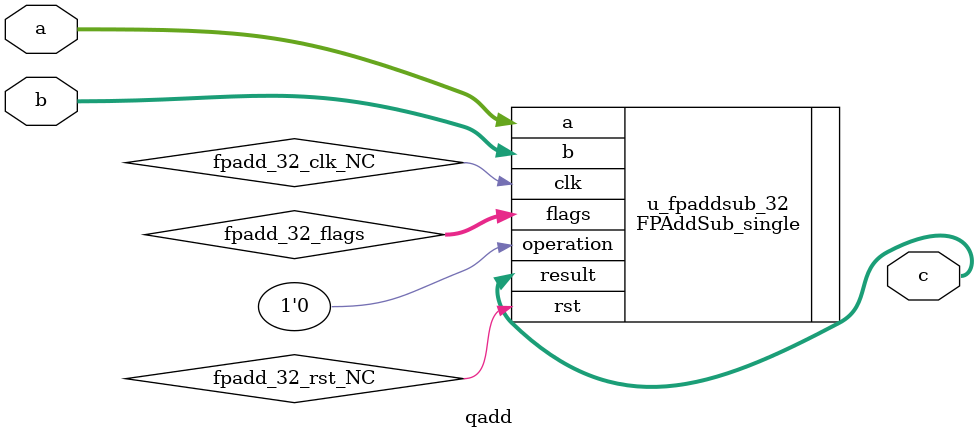
<source format=v>

`timescale 1ns/1ns
`define DWIDTH 16
`define AWIDTH 10
`define MEM_SIZE 1024
`define DESIGN_SIZE 20
`define MAT_MUL_SIZE 4
`define MASK_WIDTH 4
`define LOG2_MAT_MUL_SIZE 2
`define NUM_CYCLES_IN_MAC 3
`define MEM_ACCESS_LATENCY 1
`define REG_DATAWIDTH 32
`define REG_ADDRWIDTH 8
`define ADDR_STRIDE_WIDTH 16
`define REG_STDN_TPU_ADDR 32'h4
`define REG_MATRIX_A_ADDR 32'he
`define REG_MATRIX_B_ADDR 32'h12
`define REG_MATRIX_C_ADDR 32'h16
`define REG_VALID_MASK_A_ROWS_ADDR 32'h20
`define REG_VALID_MASK_A_COLS_ADDR 32'h54
`define REG_VALID_MASK_B_ROWS_ADDR 32'h5c
`define REG_VALID_MASK_B_COLS_ADDR 32'h58
`define REG_MATRIX_A_STRIDE_ADDR 32'h28
`define REG_MATRIX_B_STRIDE_ADDR 32'h32
`define REG_MATRIX_C_STRIDE_ADDR 32'h36
  module matrix_multiplication(
  input clk,
  input clk_mem,
  input resetn,
  input pe_resetn,
  input                             PRESETn,
  input        [`REG_ADDRWIDTH-1:0] PADDR,
  input                             PWRITE,
  input                             PSEL,
  input                             PENABLE,
  input        [`REG_DATAWIDTH-1:0] PWDATA,
  output reg   [`REG_DATAWIDTH-1:0] PRDATA,
  output reg                        PREADY,
  input  [7:0] bram_select,
  input  [`AWIDTH-1:0] bram_addr_ext,
  output reg [`MAT_MUL_SIZE*`DWIDTH-1:0] bram_rdata_ext,
  input  [`MAT_MUL_SIZE*`DWIDTH-1:0] bram_wdata_ext,
  input  [`MAT_MUL_SIZE-1:0] bram_we_ext
);


  wire PCLK;
  assign PCLK = clk;
  reg start_reg;
  reg clear_done_reg;
  //Dummy register to sync all other invalid/unimplemented addresses
  reg [`REG_DATAWIDTH-1:0] reg_dummy;
  
  reg [`AWIDTH-1:0] bram_addr_a_0_0_ext;
  wire [`MAT_MUL_SIZE*`DWIDTH-1:0] bram_rdata_a_0_0_ext;
  reg [`MAT_MUL_SIZE*`DWIDTH-1:0] bram_wdata_a_0_0_ext;
  reg [`MASK_WIDTH-1:0] bram_we_a_0_0_ext;
    
  reg [`AWIDTH-1:0] bram_addr_a_1_0_ext;
  wire [`MAT_MUL_SIZE*`DWIDTH-1:0] bram_rdata_a_1_0_ext;
  reg [`MAT_MUL_SIZE*`DWIDTH-1:0] bram_wdata_a_1_0_ext;
  reg [`MASK_WIDTH-1:0] bram_we_a_1_0_ext;
    
  reg [`AWIDTH-1:0] bram_addr_a_2_0_ext;
  wire [`MAT_MUL_SIZE*`DWIDTH-1:0] bram_rdata_a_2_0_ext;
  reg [`MAT_MUL_SIZE*`DWIDTH-1:0] bram_wdata_a_2_0_ext;
  reg [`MASK_WIDTH-1:0] bram_we_a_2_0_ext;
    
  reg [`AWIDTH-1:0] bram_addr_a_3_0_ext;
  wire [`MAT_MUL_SIZE*`DWIDTH-1:0] bram_rdata_a_3_0_ext;
  reg [`MAT_MUL_SIZE*`DWIDTH-1:0] bram_wdata_a_3_0_ext;
  reg [`MASK_WIDTH-1:0] bram_we_a_3_0_ext;
    
  reg [`AWIDTH-1:0] bram_addr_a_4_0_ext;
  wire [`MAT_MUL_SIZE*`DWIDTH-1:0] bram_rdata_a_4_0_ext;
  reg [`MAT_MUL_SIZE*`DWIDTH-1:0] bram_wdata_a_4_0_ext;
  reg [`MASK_WIDTH-1:0] bram_we_a_4_0_ext;
    
  reg [`AWIDTH-1:0] bram_addr_b_0_0_ext;
  wire [`MAT_MUL_SIZE*`DWIDTH-1:0] bram_rdata_b_0_0_ext;
  reg [`MAT_MUL_SIZE*`DWIDTH-1:0] bram_wdata_b_0_0_ext;
  reg [`MASK_WIDTH-1:0] bram_we_b_0_0_ext;
    
  reg [`AWIDTH-1:0] bram_addr_b_0_1_ext;
  wire [`MAT_MUL_SIZE*`DWIDTH-1:0] bram_rdata_b_0_1_ext;
  reg [`MAT_MUL_SIZE*`DWIDTH-1:0] bram_wdata_b_0_1_ext;
  reg [`MASK_WIDTH-1:0] bram_we_b_0_1_ext;
    
  reg [`AWIDTH-1:0] bram_addr_b_0_2_ext;
  wire [`MAT_MUL_SIZE*`DWIDTH-1:0] bram_rdata_b_0_2_ext;
  reg [`MAT_MUL_SIZE*`DWIDTH-1:0] bram_wdata_b_0_2_ext;
  reg [`MASK_WIDTH-1:0] bram_we_b_0_2_ext;
    
  reg [`AWIDTH-1:0] bram_addr_b_0_3_ext;
  wire [`MAT_MUL_SIZE*`DWIDTH-1:0] bram_rdata_b_0_3_ext;
  reg [`MAT_MUL_SIZE*`DWIDTH-1:0] bram_wdata_b_0_3_ext;
  reg [`MASK_WIDTH-1:0] bram_we_b_0_3_ext;
    
  reg [`AWIDTH-1:0] bram_addr_b_0_4_ext;
  wire [`MAT_MUL_SIZE*`DWIDTH-1:0] bram_rdata_b_0_4_ext;
  reg [`MAT_MUL_SIZE*`DWIDTH-1:0] bram_wdata_b_0_4_ext;
  reg [`MASK_WIDTH-1:0] bram_we_b_0_4_ext;
    
  reg [`AWIDTH-1:0] bram_addr_c_0_4_ext;
  wire [`MAT_MUL_SIZE*`DWIDTH-1:0] bram_rdata_c_0_4_ext;
  reg [`MAT_MUL_SIZE*`DWIDTH-1:0] bram_wdata_c_0_4_ext;
  reg [`MASK_WIDTH-1:0] bram_we_c_0_4_ext;
    
  reg [`AWIDTH-1:0] bram_addr_c_1_4_ext;
  wire [`MAT_MUL_SIZE*`DWIDTH-1:0] bram_rdata_c_1_4_ext;
  reg [`MAT_MUL_SIZE*`DWIDTH-1:0] bram_wdata_c_1_4_ext;
  reg [`MASK_WIDTH-1:0] bram_we_c_1_4_ext;
    
  reg [`AWIDTH-1:0] bram_addr_c_2_4_ext;
  wire [`MAT_MUL_SIZE*`DWIDTH-1:0] bram_rdata_c_2_4_ext;
  reg [`MAT_MUL_SIZE*`DWIDTH-1:0] bram_wdata_c_2_4_ext;
  reg [`MASK_WIDTH-1:0] bram_we_c_2_4_ext;
    
  reg [`AWIDTH-1:0] bram_addr_c_3_4_ext;
  wire [`MAT_MUL_SIZE*`DWIDTH-1:0] bram_rdata_c_3_4_ext;
  reg [`MAT_MUL_SIZE*`DWIDTH-1:0] bram_wdata_c_3_4_ext;
  reg [`MASK_WIDTH-1:0] bram_we_c_3_4_ext;
    
  reg [`AWIDTH-1:0] bram_addr_c_4_4_ext;
  wire [`MAT_MUL_SIZE*`DWIDTH-1:0] bram_rdata_c_4_4_ext;
  reg [`MAT_MUL_SIZE*`DWIDTH-1:0] bram_wdata_c_4_4_ext;
  reg [`MASK_WIDTH-1:0] bram_we_c_4_4_ext;
    
	wire [`AWIDTH-1:0] bram_addr_a_0_0;
	wire [`MAT_MUL_SIZE*`DWIDTH-1:0] bram_rdata_a_0_0;
	wire [`MAT_MUL_SIZE*`DWIDTH-1:0] bram_wdata_a_0_0;
	wire [`MASK_WIDTH-1:0] bram_we_a_0_0;
	wire bram_en_a_0_0;
    
	wire [`AWIDTH-1:0] bram_addr_a_1_0;
	wire [`MAT_MUL_SIZE*`DWIDTH-1:0] bram_rdata_a_1_0;
	wire [`MAT_MUL_SIZE*`DWIDTH-1:0] bram_wdata_a_1_0;
	wire [`MASK_WIDTH-1:0] bram_we_a_1_0;
	wire bram_en_a_1_0;
    
	wire [`AWIDTH-1:0] bram_addr_a_2_0;
	wire [`MAT_MUL_SIZE*`DWIDTH-1:0] bram_rdata_a_2_0;
	wire [`MAT_MUL_SIZE*`DWIDTH-1:0] bram_wdata_a_2_0;
	wire [`MASK_WIDTH-1:0] bram_we_a_2_0;
	wire bram_en_a_2_0;
    
	wire [`AWIDTH-1:0] bram_addr_a_3_0;
	wire [`MAT_MUL_SIZE*`DWIDTH-1:0] bram_rdata_a_3_0;
	wire [`MAT_MUL_SIZE*`DWIDTH-1:0] bram_wdata_a_3_0;
	wire [`MASK_WIDTH-1:0] bram_we_a_3_0;
	wire bram_en_a_3_0;
    
	wire [`AWIDTH-1:0] bram_addr_a_4_0;
	wire [`MAT_MUL_SIZE*`DWIDTH-1:0] bram_rdata_a_4_0;
	wire [`MAT_MUL_SIZE*`DWIDTH-1:0] bram_wdata_a_4_0;
	wire [`MASK_WIDTH-1:0] bram_we_a_4_0;
	wire bram_en_a_4_0;
    
	wire [`AWIDTH-1:0] bram_addr_b_0_0;
	wire [`MAT_MUL_SIZE*`DWIDTH-1:0] bram_rdata_b_0_0;
	wire [`MAT_MUL_SIZE*`DWIDTH-1:0] bram_wdata_b_0_0;
	wire [`MASK_WIDTH-1:0] bram_we_b_0_0;
	wire bram_en_b_0_0;
    
	wire [`AWIDTH-1:0] bram_addr_b_0_1;
	wire [`MAT_MUL_SIZE*`DWIDTH-1:0] bram_rdata_b_0_1;
	wire [`MAT_MUL_SIZE*`DWIDTH-1:0] bram_wdata_b_0_1;
	wire [`MASK_WIDTH-1:0] bram_we_b_0_1;
	wire bram_en_b_0_1;
    
	wire [`AWIDTH-1:0] bram_addr_b_0_2;
	wire [`MAT_MUL_SIZE*`DWIDTH-1:0] bram_rdata_b_0_2;
	wire [`MAT_MUL_SIZE*`DWIDTH-1:0] bram_wdata_b_0_2;
	wire [`MASK_WIDTH-1:0] bram_we_b_0_2;
	wire bram_en_b_0_2;
    
	wire [`AWIDTH-1:0] bram_addr_b_0_3;
	wire [`MAT_MUL_SIZE*`DWIDTH-1:0] bram_rdata_b_0_3;
	wire [`MAT_MUL_SIZE*`DWIDTH-1:0] bram_wdata_b_0_3;
	wire [`MASK_WIDTH-1:0] bram_we_b_0_3;
	wire bram_en_b_0_3;
    
	wire [`AWIDTH-1:0] bram_addr_b_0_4;
	wire [`MAT_MUL_SIZE*`DWIDTH-1:0] bram_rdata_b_0_4;
	wire [`MAT_MUL_SIZE*`DWIDTH-1:0] bram_wdata_b_0_4;
	wire [`MASK_WIDTH-1:0] bram_we_b_0_4;
	wire bram_en_b_0_4;
    
	wire [`AWIDTH-1:0] bram_addr_c_0_4;
	wire [`MAT_MUL_SIZE*`DWIDTH-1:0] bram_rdata_c_0_4;
	wire [`MAT_MUL_SIZE*`DWIDTH-1:0] bram_wdata_c_0_4;
	wire [`MASK_WIDTH-1:0] bram_we_c_0_4;
	wire bram_en_c_0_4;
    
	wire [`AWIDTH-1:0] bram_addr_c_1_4;
	wire [`MAT_MUL_SIZE*`DWIDTH-1:0] bram_rdata_c_1_4;
	wire [`MAT_MUL_SIZE*`DWIDTH-1:0] bram_wdata_c_1_4;
	wire [`MASK_WIDTH-1:0] bram_we_c_1_4;
	wire bram_en_c_1_4;
    
	wire [`AWIDTH-1:0] bram_addr_c_2_4;
	wire [`MAT_MUL_SIZE*`DWIDTH-1:0] bram_rdata_c_2_4;
	wire [`MAT_MUL_SIZE*`DWIDTH-1:0] bram_wdata_c_2_4;
	wire [`MASK_WIDTH-1:0] bram_we_c_2_4;
	wire bram_en_c_2_4;
    
	wire [`AWIDTH-1:0] bram_addr_c_3_4;
	wire [`MAT_MUL_SIZE*`DWIDTH-1:0] bram_rdata_c_3_4;
	wire [`MAT_MUL_SIZE*`DWIDTH-1:0] bram_wdata_c_3_4;
	wire [`MASK_WIDTH-1:0] bram_we_c_3_4;
	wire bram_en_c_3_4;
    
	wire [`AWIDTH-1:0] bram_addr_c_4_4;
	wire [`MAT_MUL_SIZE*`DWIDTH-1:0] bram_rdata_c_4_4;
	wire [`MAT_MUL_SIZE*`DWIDTH-1:0] bram_wdata_c_4_4;
	wire [`MASK_WIDTH-1:0] bram_we_c_4_4;
	wire bram_en_c_4_4;
    
  always @* begin
    case (bram_select)
  
      0: begin
      bram_addr_a_0_0_ext = bram_addr_ext;
      bram_wdata_a_0_0_ext = bram_wdata_ext;
      bram_we_a_0_0_ext = bram_we_ext;
      bram_rdata_ext = bram_rdata_a_0_0_ext;
      end
    
      1: begin
      bram_addr_a_1_0_ext = bram_addr_ext;
      bram_wdata_a_1_0_ext = bram_wdata_ext;
      bram_we_a_1_0_ext = bram_we_ext;
      bram_rdata_ext = bram_rdata_a_1_0_ext;
      end
    
      2: begin
      bram_addr_a_2_0_ext = bram_addr_ext;
      bram_wdata_a_2_0_ext = bram_wdata_ext;
      bram_we_a_2_0_ext = bram_we_ext;
      bram_rdata_ext = bram_rdata_a_2_0_ext;
      end
    
      3: begin
      bram_addr_a_3_0_ext = bram_addr_ext;
      bram_wdata_a_3_0_ext = bram_wdata_ext;
      bram_we_a_3_0_ext = bram_we_ext;
      bram_rdata_ext = bram_rdata_a_3_0_ext;
      end
    
      4: begin
      bram_addr_a_4_0_ext = bram_addr_ext;
      bram_wdata_a_4_0_ext = bram_wdata_ext;
      bram_we_a_4_0_ext = bram_we_ext;
      bram_rdata_ext = bram_rdata_a_4_0_ext;
      end
    
      5: begin
      bram_addr_b_0_0_ext = bram_addr_ext;
      bram_wdata_b_0_0_ext = bram_wdata_ext;
      bram_we_b_0_0_ext = bram_we_ext;
      bram_rdata_ext = bram_rdata_b_0_0_ext;
      end
    
      6: begin
      bram_addr_b_0_1_ext = bram_addr_ext;
      bram_wdata_b_0_1_ext = bram_wdata_ext;
      bram_we_b_0_1_ext = bram_we_ext;
      bram_rdata_ext = bram_rdata_b_0_1_ext;
      end
    
      7: begin
      bram_addr_b_0_2_ext = bram_addr_ext;
      bram_wdata_b_0_2_ext = bram_wdata_ext;
      bram_we_b_0_2_ext = bram_we_ext;
      bram_rdata_ext = bram_rdata_b_0_2_ext;
      end
    
      8: begin
      bram_addr_b_0_3_ext = bram_addr_ext;
      bram_wdata_b_0_3_ext = bram_wdata_ext;
      bram_we_b_0_3_ext = bram_we_ext;
      bram_rdata_ext = bram_rdata_b_0_3_ext;
      end
    
      9: begin
      bram_addr_b_0_4_ext = bram_addr_ext;
      bram_wdata_b_0_4_ext = bram_wdata_ext;
      bram_we_b_0_4_ext = bram_we_ext;
      bram_rdata_ext = bram_rdata_b_0_4_ext;
      end
    
      10: begin
      bram_addr_c_0_4_ext = bram_addr_ext;
      bram_wdata_c_0_4_ext = bram_wdata_ext;
      bram_we_c_0_4_ext = bram_we_ext;
      bram_rdata_ext = bram_rdata_c_0_4_ext;
      end
    
      11: begin
      bram_addr_c_1_4_ext = bram_addr_ext;
      bram_wdata_c_1_4_ext = bram_wdata_ext;
      bram_we_c_1_4_ext = bram_we_ext;
      bram_rdata_ext = bram_rdata_c_1_4_ext;
      end
    
      12: begin
      bram_addr_c_2_4_ext = bram_addr_ext;
      bram_wdata_c_2_4_ext = bram_wdata_ext;
      bram_we_c_2_4_ext = bram_we_ext;
      bram_rdata_ext = bram_rdata_c_2_4_ext;
      end
    
      13: begin
      bram_addr_c_3_4_ext = bram_addr_ext;
      bram_wdata_c_3_4_ext = bram_wdata_ext;
      bram_we_c_3_4_ext = bram_we_ext;
      bram_rdata_ext = bram_rdata_c_3_4_ext;
      end
    
      14: begin
      bram_addr_c_4_4_ext = bram_addr_ext;
      bram_wdata_c_4_4_ext = bram_wdata_ext;
      bram_we_c_4_4_ext = bram_we_ext;
      bram_rdata_ext = bram_rdata_c_4_4_ext;
      end
    
      default: begin
      bram_rdata_ext = 0;
      end
    endcase 
  end
  
/////////////////////////////////////////////////
// BRAMs to store matrix A
/////////////////////////////////////////////////


  // BRAM matrix A 0_0
ram matrix_A_0_0(
  .addr0(bram_addr_a_0_0),
  .d0(bram_wdata_a_0_0), 
  .we0(bram_we_a_0_0), 
  .q0(bram_rdata_a_0_0), 
  .addr1(bram_addr_a_0_0_ext),
  .d1(bram_wdata_a_0_0_ext), 
  .we1(bram_we_a_0_0_ext), 
  .q1(bram_rdata_a_0_0_ext), 
  .clk(clk_mem));
  	
  // BRAM matrix A 1_0
ram matrix_A_1_0(
  .addr0(bram_addr_a_1_0),
  .d0(bram_wdata_a_1_0), 
  .we0(bram_we_a_1_0), 
  .q0(bram_rdata_a_1_0), 
  .addr1(bram_addr_a_1_0_ext),
  .d1(bram_wdata_a_1_0_ext), 
  .we1(bram_we_a_1_0_ext), 
  .q1(bram_rdata_a_1_0_ext), 
  .clk(clk_mem));
  	
  // BRAM matrix A 2_0
ram matrix_A_2_0(
  .addr0(bram_addr_a_2_0),
  .d0(bram_wdata_a_2_0), 
  .we0(bram_we_a_2_0), 
  .q0(bram_rdata_a_2_0), 
  .addr1(bram_addr_a_2_0_ext),
  .d1(bram_wdata_a_2_0_ext), 
  .we1(bram_we_a_2_0_ext), 
  .q1(bram_rdata_a_2_0_ext), 
  .clk(clk_mem));
  	
  // BRAM matrix A 3_0
ram matrix_A_3_0(
  .addr0(bram_addr_a_3_0),
  .d0(bram_wdata_a_3_0), 
  .we0(bram_we_a_3_0), 
  .q0(bram_rdata_a_3_0), 
  .addr1(bram_addr_a_3_0_ext),
  .d1(bram_wdata_a_3_0_ext), 
  .we1(bram_we_a_3_0_ext), 
  .q1(bram_rdata_a_3_0_ext), 
  .clk(clk_mem));
  	
  // BRAM matrix A 4_0
ram matrix_A_4_0(
  .addr0(bram_addr_a_4_0),
  .d0(bram_wdata_a_4_0), 
  .we0(bram_we_a_4_0), 
  .q0(bram_rdata_a_4_0), 
  .addr1(bram_addr_a_4_0_ext),
  .d1(bram_wdata_a_4_0_ext), 
  .we1(bram_we_a_4_0_ext), 
  .q1(bram_rdata_a_4_0_ext), 
  .clk(clk_mem));
  	/////////////////////////////////////////////////
// BRAMs to store matrix B
/////////////////////////////////////////////////


  // BRAM matrix B 0_0
ram matrix_B_0_0(
  .addr0(bram_addr_b_0_0),
  .d0(bram_wdata_b_0_0), 
  .we0(bram_we_b_0_0), 
  .q0(bram_rdata_b_0_0), 
  .addr1(bram_addr_b_0_0_ext),
  .d1(bram_wdata_b_0_0_ext), 
  .we1(bram_we_b_0_0_ext), 
  .q1(bram_rdata_b_0_0_ext), 
  .clk(clk_mem));
  	
  // BRAM matrix B 0_1
ram matrix_B_0_1(
  .addr0(bram_addr_b_0_1),
  .d0(bram_wdata_b_0_1), 
  .we0(bram_we_b_0_1), 
  .q0(bram_rdata_b_0_1), 
  .addr1(bram_addr_b_0_1_ext),
  .d1(bram_wdata_b_0_1_ext), 
  .we1(bram_we_b_0_1_ext), 
  .q1(bram_rdata_b_0_1_ext), 
  .clk(clk_mem));
  	
  // BRAM matrix B 0_2
ram matrix_B_0_2(
  .addr0(bram_addr_b_0_2),
  .d0(bram_wdata_b_0_2), 
  .we0(bram_we_b_0_2), 
  .q0(bram_rdata_b_0_2), 
  .addr1(bram_addr_b_0_2_ext),
  .d1(bram_wdata_b_0_2_ext), 
  .we1(bram_we_b_0_2_ext), 
  .q1(bram_rdata_b_0_2_ext), 
  .clk(clk_mem));
  	
  // BRAM matrix B 0_3
ram matrix_B_0_3(
  .addr0(bram_addr_b_0_3),
  .d0(bram_wdata_b_0_3), 
  .we0(bram_we_b_0_3), 
  .q0(bram_rdata_b_0_3), 
  .addr1(bram_addr_b_0_3_ext),
  .d1(bram_wdata_b_0_3_ext), 
  .we1(bram_we_b_0_3_ext), 
  .q1(bram_rdata_b_0_3_ext), 
  .clk(clk_mem));
  	
  // BRAM matrix B 0_4
ram matrix_B_0_4(
  .addr0(bram_addr_b_0_4),
  .d0(bram_wdata_b_0_4), 
  .we0(bram_we_b_0_4), 
  .q0(bram_rdata_b_0_4), 
  .addr1(bram_addr_b_0_4_ext),
  .d1(bram_wdata_b_0_4_ext), 
  .we1(bram_we_b_0_4_ext), 
  .q1(bram_rdata_b_0_4_ext), 
  .clk(clk_mem));
  	/////////////////////////////////////////////////
// BRAMs to store matrix C
/////////////////////////////////////////////////


  // BRAM matrix C 0_4
ram matrix_C_0_4(
  .addr0(bram_addr_c_0_4),
  .d0(bram_wdata_c_0_4), 
  .we0(bram_we_c_0_4), 
  .q0(bram_rdata_c_0_4), 
  .addr1(bram_addr_c_0_4_ext),
  .d1(bram_wdata_c_0_4_ext), 
  .we1(bram_we_c_0_4_ext), 
  .q1(bram_rdata_c_0_4_ext), 
  .clk(clk_mem));
  	
  // BRAM matrix C 1_4
ram matrix_C_1_4(
  .addr0(bram_addr_c_1_4),
  .d0(bram_wdata_c_1_4), 
  .we0(bram_we_c_1_4), 
  .q0(bram_rdata_c_1_4), 
  .addr1(bram_addr_c_1_4_ext),
  .d1(bram_wdata_c_1_4_ext), 
  .we1(bram_we_c_1_4_ext), 
  .q1(bram_rdata_c_1_4_ext), 
  .clk(clk_mem));
  	
  // BRAM matrix C 2_4
ram matrix_C_2_4(
  .addr0(bram_addr_c_2_4),
  .d0(bram_wdata_c_2_4), 
  .we0(bram_we_c_2_4), 
  .q0(bram_rdata_c_2_4), 
  .addr1(bram_addr_c_2_4_ext),
  .d1(bram_wdata_c_2_4_ext), 
  .we1(bram_we_c_2_4_ext), 
  .q1(bram_rdata_c_2_4_ext), 
  .clk(clk_mem));
  	
  // BRAM matrix C 3_4
ram matrix_C_3_4(
  .addr0(bram_addr_c_3_4),
  .d0(bram_wdata_c_3_4), 
  .we0(bram_we_c_3_4), 
  .q0(bram_rdata_c_3_4), 
  .addr1(bram_addr_c_3_4_ext),
  .d1(bram_wdata_c_3_4_ext), 
  .we1(bram_we_c_3_4_ext), 
  .q1(bram_rdata_c_3_4_ext), 
  .clk(clk_mem));
  	
  // BRAM matrix C 4_4
ram matrix_C_4_4(
  .addr0(bram_addr_c_4_4),
  .d0(bram_wdata_c_4_4), 
  .we0(bram_we_c_4_4), 
  .q0(bram_rdata_c_4_4), 
  .addr1(bram_addr_c_4_4_ext),
  .d1(bram_wdata_c_4_4_ext), 
  .we1(bram_we_c_4_4_ext), 
  .q1(bram_rdata_c_4_4_ext), 
  .clk(clk_mem));
  	
reg start_mat_mul;
wire done_mat_mul;

reg [3:0] state;
	
////////////////////////////////////////////////////////////////
// Control logic
////////////////////////////////////////////////////////////////
	always @( posedge clk) begin
      if (resetn == 1'b0) begin
        state <= 4'b0000;
        start_mat_mul <= 1'b0;
      end 
      else begin
        case (state)

        4'b0000: begin
          start_mat_mul <= 1'b0;
          if (start_reg == 1'b1) begin
            state <= 4'b0001;
          end else begin
            state <= 4'b0000;
          end
        end
        
        4'b0001: begin
          start_mat_mul <= 1'b1;	      
          state <= 4'b1010;                    
        end      
        
        4'b1010: begin                 
          if (done_mat_mul == 1'b1) begin
            start_mat_mul <= 1'b0;
            state <= 4'b1000;
          end
          else begin
            state <= 4'b1010;
          end
        end

       4'b1000: begin
         if (clear_done_reg == 1'b1) begin
           state <= 4'b0000;
         end
         else begin
           state <= 4'b1000;
         end
       end
      endcase  
	end 
  end

reg [1:0] state_apb;
`define IDLE     2'b00
`define W_ENABLE  2'b01
`define R_ENABLE  2'b10

reg [`AWIDTH-1:0] address_mat_a;
reg [`AWIDTH-1:0] address_mat_b;
reg [`AWIDTH-1:0] address_mat_c;
reg [`MASK_WIDTH-1:0] validity_mask_a_rows;
reg [`MASK_WIDTH-1:0] validity_mask_a_cols;
reg [`MASK_WIDTH-1:0] validity_mask_b_rows;
reg [`MASK_WIDTH-1:0] validity_mask_b_cols;
reg [`ADDR_STRIDE_WIDTH-1:0] address_stride_a;
reg [`ADDR_STRIDE_WIDTH-1:0] address_stride_b;
reg [`ADDR_STRIDE_WIDTH-1:0] address_stride_c;

////////////////////////////////////////////////////////////////
// Configuration logic
////////////////////////////////////////////////////////////////
always @(posedge PCLK) begin
  if (PRESETn == 0) begin
    state_apb <= `IDLE;
    PRDATA <= 0;
    PREADY <= 0;
    address_mat_a <= 0;
    address_mat_b <= 0;
    address_mat_c <= 0;
    validity_mask_a_rows <= {`MASK_WIDTH{1'b1}};
    validity_mask_a_cols <= {`MASK_WIDTH{1'b1}};
    validity_mask_b_rows <= {`MASK_WIDTH{1'b1}};
    validity_mask_b_cols <= {`MASK_WIDTH{1'b1}};
    address_stride_a <= `MAT_MUL_SIZE;
    address_stride_b <= `MAT_MUL_SIZE;
    address_stride_c <= `MAT_MUL_SIZE;
  end

  else begin
    case (state_apb)
      `IDLE : begin
        PRDATA <= 0;
        if (PSEL) begin
          if (PWRITE) begin
            state_apb <= `W_ENABLE;
          end
          else begin
            state_apb <= `R_ENABLE;
          end
        end
        PREADY <= 0;
      end

      `W_ENABLE : begin
        if (PSEL && PWRITE && PENABLE) begin
          case (PADDR)
          `REG_STDN_TPU_ADDR   : begin
                                 start_reg <= PWDATA[0];
                                 clear_done_reg <= PWDATA[31];
                                 end
          `REG_MATRIX_A_ADDR   : address_mat_a <= PWDATA[`AWIDTH-1:0];
          `REG_MATRIX_B_ADDR   : address_mat_b <= PWDATA[`AWIDTH-1:0];
          `REG_MATRIX_C_ADDR   : address_mat_c <= PWDATA[`AWIDTH-1:0];
          `REG_VALID_MASK_A_ROWS_ADDR: begin
                                validity_mask_a_rows <= PWDATA[`MASK_WIDTH-1:0];
                                end
          `REG_VALID_MASK_A_COLS_ADDR: begin
                                validity_mask_a_cols <= PWDATA[`MASK_WIDTH-1:0];
                                end
          `REG_VALID_MASK_B_ROWS_ADDR: begin
                                validity_mask_b_rows <= PWDATA[`MASK_WIDTH-1:0];
                                end
          `REG_VALID_MASK_B_COLS_ADDR: begin
                                validity_mask_b_cols <= PWDATA[`MASK_WIDTH-1:0];
                                end
          `REG_MATRIX_A_STRIDE_ADDR : address_stride_a <= PWDATA[`ADDR_STRIDE_WIDTH-1:0];
          `REG_MATRIX_B_STRIDE_ADDR : address_stride_b <= PWDATA[`ADDR_STRIDE_WIDTH-1:0];
          `REG_MATRIX_C_STRIDE_ADDR : address_stride_c <= PWDATA[`ADDR_STRIDE_WIDTH-1:0];
          default : reg_dummy <= PWDATA; //sink writes to a dummy register
          endcase
          PREADY <=1;          
        end
        state_apb <= `IDLE;
      end

      `R_ENABLE : begin
        if (PSEL && !PWRITE && PENABLE) begin
          PREADY <= 1;
          case (PADDR)
          `REG_STDN_TPU_ADDR  : PRDATA <= {done_mat_mul, 30'b0, start_mat_mul};
          `REG_MATRIX_A_ADDR    : PRDATA <= address_mat_a;
          `REG_MATRIX_B_ADDR    : PRDATA <= address_mat_b;
          `REG_MATRIX_C_ADDR    : PRDATA <= address_mat_c;
          `REG_VALID_MASK_A_ROWS_ADDR: PRDATA <= validity_mask_a_rows;
          `REG_VALID_MASK_A_COLS_ADDR: PRDATA <= validity_mask_a_cols;
          `REG_VALID_MASK_B_ROWS_ADDR: PRDATA <= validity_mask_b_rows;
          `REG_VALID_MASK_B_COLS_ADDR: PRDATA <= validity_mask_b_cols;
          `REG_MATRIX_A_STRIDE_ADDR : PRDATA <= address_stride_a;
          `REG_MATRIX_B_STRIDE_ADDR : PRDATA <= address_stride_b;
          `REG_MATRIX_C_STRIDE_ADDR : PRDATA <= address_stride_c;
          default : PRDATA <= reg_dummy; //read the dummy register for undefined addresses
          endcase
        end
        state_apb <= `IDLE;
      end
      default: begin
        state_apb <= `IDLE;
      end
    endcase
  end
end  
  
wire reset;
assign reset = ~resetn;
wire pe_reset;
assign pe_reset = ~pe_resetn;
  
  wire c_data_0_4_available;
  assign bram_en_c_0_4 = 1'b1;
  assign bram_we_c_0_4 = (c_data_0_4_available) ? {`MASK_WIDTH{1'b1}} : {`MASK_WIDTH{1'b0}};  
  	
  wire c_data_1_4_available;
  assign bram_en_c_1_4 = 1'b1;
  assign bram_we_c_1_4 = (c_data_1_4_available) ? {`MASK_WIDTH{1'b1}} : {`MASK_WIDTH{1'b0}};  
  	
  wire c_data_2_4_available;
  assign bram_en_c_2_4 = 1'b1;
  assign bram_we_c_2_4 = (c_data_2_4_available) ? {`MASK_WIDTH{1'b1}} : {`MASK_WIDTH{1'b0}};  
  	
  wire c_data_3_4_available;
  assign bram_en_c_3_4 = 1'b1;
  assign bram_we_c_3_4 = (c_data_3_4_available) ? {`MASK_WIDTH{1'b1}} : {`MASK_WIDTH{1'b0}};  
  	
  wire c_data_4_4_available;
  assign bram_en_c_4_4 = 1'b1;
  assign bram_we_c_4_4 = (c_data_4_4_available) ? {`MASK_WIDTH{1'b1}} : {`MASK_WIDTH{1'b0}};  
  	
  assign bram_wdata_a_0_0 = {`MAT_MUL_SIZE*`DWIDTH{1'b0}};
  assign bram_en_a_0_0 = 1'b1;
  assign bram_we_a_0_0 = {`MASK_WIDTH{1'b0}};
  	
  assign bram_wdata_a_1_0 = {`MAT_MUL_SIZE*`DWIDTH{1'b0}};
  assign bram_en_a_1_0 = 1'b1;
  assign bram_we_a_1_0 = {`MASK_WIDTH{1'b0}};
  	
  assign bram_wdata_a_2_0 = {`MAT_MUL_SIZE*`DWIDTH{1'b0}};
  assign bram_en_a_2_0 = 1'b1;
  assign bram_we_a_2_0 = {`MASK_WIDTH{1'b0}};
  	
  assign bram_wdata_a_3_0 = {`MAT_MUL_SIZE*`DWIDTH{1'b0}};
  assign bram_en_a_3_0 = 1'b1;
  assign bram_we_a_3_0 = {`MASK_WIDTH{1'b0}};
  	
  assign bram_wdata_a_4_0 = {`MAT_MUL_SIZE*`DWIDTH{1'b0}};
  assign bram_en_a_4_0 = 1'b1;
  assign bram_we_a_4_0 = {`MASK_WIDTH{1'b0}};
  	
  assign bram_wdata_b_0_0 = {`MAT_MUL_SIZE*`DWIDTH{1'b0}};
  assign bram_en_b_0_0 = 1'b1;
  assign bram_we_b_0_0 = {`MASK_WIDTH{1'b0}};

  	
  assign bram_wdata_b_0_1 = {`MAT_MUL_SIZE*`DWIDTH{1'b0}};
  assign bram_en_b_0_1 = 1'b1;
  assign bram_we_b_0_1 = {`MASK_WIDTH{1'b0}};

  	
  assign bram_wdata_b_0_2 = {`MAT_MUL_SIZE*`DWIDTH{1'b0}};
  assign bram_en_b_0_2 = 1'b1;
  assign bram_we_b_0_2 = {`MASK_WIDTH{1'b0}};

  	
  assign bram_wdata_b_0_3 = {`MAT_MUL_SIZE*`DWIDTH{1'b0}};
  assign bram_en_b_0_3 = 1'b1;
  assign bram_we_b_0_3 = {`MASK_WIDTH{1'b0}};

  	
  assign bram_wdata_b_0_4 = {`MAT_MUL_SIZE*`DWIDTH{1'b0}};
  assign bram_en_b_0_4 = 1'b1;
  assign bram_we_b_0_4 = {`MASK_WIDTH{1'b0}};

  	
/////////////////////////////////////////////////
// The 20x20 matmul instantiation
/////////////////////////////////////////////////


  matmul_20x20_systolic u_matmul_20x20_systolic (
  .clk(clk),
  .reset(reset),
  .pe_reset(pe_reset),
  .start_mat_mul(start_mat_mul),
  .done_mat_mul(done_mat_mul),
  .address_mat_a(address_mat_a),
  .address_mat_b(address_mat_b),
  .address_mat_c(address_mat_c),
  .address_stride_a(address_stride_a),
  .address_stride_b(address_stride_b),
  .address_stride_c(address_stride_c),
  
  .a_data_0_0(bram_rdata_a_0_0),
  .b_data_0_0(bram_rdata_b_0_0),
  .a_addr_0_0(bram_addr_a_0_0),
  .b_addr_0_0(bram_addr_b_0_0),
  	
  .a_data_1_0(bram_rdata_a_1_0),
  .b_data_0_1(bram_rdata_b_0_1),
  .a_addr_1_0(bram_addr_a_1_0),
  .b_addr_0_1(bram_addr_b_0_1),
  	
  .a_data_2_0(bram_rdata_a_2_0),
  .b_data_0_2(bram_rdata_b_0_2),
  .a_addr_2_0(bram_addr_a_2_0),
  .b_addr_0_2(bram_addr_b_0_2),
  	
  .a_data_3_0(bram_rdata_a_3_0),
  .b_data_0_3(bram_rdata_b_0_3),
  .a_addr_3_0(bram_addr_a_3_0),
  .b_addr_0_3(bram_addr_b_0_3),
  	
  .a_data_4_0(bram_rdata_a_4_0),
  .b_data_0_4(bram_rdata_b_0_4),
  .a_addr_4_0(bram_addr_a_4_0),
  .b_addr_0_4(bram_addr_b_0_4),
  	
  .c_data_0_4(bram_wdata_c_0_4),
  .c_addr_0_4(bram_addr_c_0_4),
  .c_data_0_4_available(c_data_0_4_available),
   		
  .c_data_1_4(bram_wdata_c_1_4),
  .c_addr_1_4(bram_addr_c_1_4),
  .c_data_1_4_available(c_data_1_4_available),
   		
  .c_data_2_4(bram_wdata_c_2_4),
  .c_addr_2_4(bram_addr_c_2_4),
  .c_data_2_4_available(c_data_2_4_available),
   		
  .c_data_3_4(bram_wdata_c_3_4),
  .c_addr_3_4(bram_addr_c_3_4),
  .c_data_3_4_available(c_data_3_4_available),
   		
  .c_data_4_4(bram_wdata_c_4_4),
  .c_addr_4_4(bram_addr_c_4_4),
  .c_data_4_4_available(c_data_4_4_available),
   		
  .validity_mask_a_rows(validity_mask_a_rows),
  .validity_mask_a_cols(validity_mask_a_cols),
  .validity_mask_b_rows(validity_mask_b_rows),
  .validity_mask_b_cols(validity_mask_b_cols)
);
endmodule
  
/////////////////////////////////////////////////
// The 20x20 matmul definition
/////////////////////////////////////////////////


module matmul_20x20_systolic(
  input clk,
  input reset,
  input pe_reset,
  input start_mat_mul,
  output done_mat_mul,

  input [`AWIDTH-1:0] address_mat_a,
  input [`AWIDTH-1:0] address_mat_b,
  input [`AWIDTH-1:0] address_mat_c,
  input [`ADDR_STRIDE_WIDTH-1:0] address_stride_a,
  input [`ADDR_STRIDE_WIDTH-1:0] address_stride_b,
  input [`ADDR_STRIDE_WIDTH-1:0] address_stride_c,
  
  input [`MAT_MUL_SIZE*`DWIDTH-1:0] a_data_0_0,
  output [`AWIDTH-1:0] a_addr_0_0,
  input [`MAT_MUL_SIZE*`DWIDTH-1:0] b_data_0_0,
  output [`AWIDTH-1:0] b_addr_0_0,
  
  input [`MAT_MUL_SIZE*`DWIDTH-1:0] a_data_1_0,
  output [`AWIDTH-1:0] a_addr_1_0,
  input [`MAT_MUL_SIZE*`DWIDTH-1:0] b_data_0_1,
  output [`AWIDTH-1:0] b_addr_0_1,
  
  input [`MAT_MUL_SIZE*`DWIDTH-1:0] a_data_2_0,
  output [`AWIDTH-1:0] a_addr_2_0,
  input [`MAT_MUL_SIZE*`DWIDTH-1:0] b_data_0_2,
  output [`AWIDTH-1:0] b_addr_0_2,
  
  input [`MAT_MUL_SIZE*`DWIDTH-1:0] a_data_3_0,
  output [`AWIDTH-1:0] a_addr_3_0,
  input [`MAT_MUL_SIZE*`DWIDTH-1:0] b_data_0_3,
  output [`AWIDTH-1:0] b_addr_0_3,
  
  input [`MAT_MUL_SIZE*`DWIDTH-1:0] a_data_4_0,
  output [`AWIDTH-1:0] a_addr_4_0,
  input [`MAT_MUL_SIZE*`DWIDTH-1:0] b_data_0_4,
  output [`AWIDTH-1:0] b_addr_0_4,
  
  output [`MAT_MUL_SIZE*`DWIDTH-1:0] c_data_0_4,
  output [`AWIDTH-1:0] c_addr_0_4,
  output c_data_0_4_available,
    
  output [`MAT_MUL_SIZE*`DWIDTH-1:0] c_data_1_4,
  output [`AWIDTH-1:0] c_addr_1_4,
  output c_data_1_4_available,
    
  output [`MAT_MUL_SIZE*`DWIDTH-1:0] c_data_2_4,
  output [`AWIDTH-1:0] c_addr_2_4,
  output c_data_2_4_available,
    
  output [`MAT_MUL_SIZE*`DWIDTH-1:0] c_data_3_4,
  output [`AWIDTH-1:0] c_addr_3_4,
  output c_data_3_4_available,
    
  output [`MAT_MUL_SIZE*`DWIDTH-1:0] c_data_4_4,
  output [`AWIDTH-1:0] c_addr_4_4,
  output c_data_4_4_available,
    
  input [`MASK_WIDTH-1:0] validity_mask_a_rows,
  input [`MASK_WIDTH-1:0] validity_mask_a_cols,
  input [`MASK_WIDTH-1:0] validity_mask_b_rows,
  input [`MASK_WIDTH-1:0] validity_mask_b_cols
);
    /////////////////////////////////////////////////
  // ORing all done signals
  /////////////////////////////////////////////////
  wire done_mat_mul_0_0;
  wire done_mat_mul_0_1;
  wire done_mat_mul_0_2;
  wire done_mat_mul_0_3;
  wire done_mat_mul_0_4;
  wire done_mat_mul_1_0;
  wire done_mat_mul_1_1;
  wire done_mat_mul_1_2;
  wire done_mat_mul_1_3;
  wire done_mat_mul_1_4;
  wire done_mat_mul_2_0;
  wire done_mat_mul_2_1;
  wire done_mat_mul_2_2;
  wire done_mat_mul_2_3;
  wire done_mat_mul_2_4;
  wire done_mat_mul_3_0;
  wire done_mat_mul_3_1;
  wire done_mat_mul_3_2;
  wire done_mat_mul_3_3;
  wire done_mat_mul_3_4;
  wire done_mat_mul_4_0;
  wire done_mat_mul_4_1;
  wire done_mat_mul_4_2;
  wire done_mat_mul_4_3;
  wire done_mat_mul_4_4;

  assign done_mat_mul = done_mat_mul_0_0;  /////////////////////////////////////////////////
  // Matmul 0_0
  /////////////////////////////////////////////////

  wire [`MAT_MUL_SIZE*`DWIDTH-1:0] a_data_0_0_to_0_1;
  wire [`MAT_MUL_SIZE*`DWIDTH-1:0] b_data_0_0_to_1_0;
  wire [`MAT_MUL_SIZE*`DWIDTH-1:0] a_data_in_0_0_NC;
  assign a_data_in_0_0_NC = 0;
  wire [`MAT_MUL_SIZE*`DWIDTH-1:0] c_data_in_0_0_NC;
  assign c_data_in_0_0_NC = 0;
  wire [`MAT_MUL_SIZE*`DWIDTH-1:0] b_data_in_0_0_NC;
  assign b_data_in_0_0_NC = 0;
  wire [`MAT_MUL_SIZE*`DWIDTH-1:0] c_data_0_0_to_0_1;
  wire [`AWIDTH-1:0] c_addr_0_0_NC;
  wire c_data_0_0_available_NC;

matmul_4x4_systolic u_matmul_4x4_systolic_0_0(
  .clk(clk),
  .reset(reset),
  .pe_reset(pe_reset),
  .start_mat_mul(start_mat_mul),
  .done_mat_mul(done_mat_mul_0_0),
  .address_mat_a(address_mat_a),
  .address_mat_b(address_mat_b),
  .address_mat_c(address_mat_c),
  .address_stride_a(address_stride_a),
  .address_stride_b(address_stride_b),
  .address_stride_c(address_stride_c),
  .a_data(a_data_0_0),
  .b_data(b_data_0_0),
  .a_data_in(a_data_in_0_0_NC),
  .b_data_in(b_data_in_0_0_NC),
  .c_data_in(c_data_in_0_0_NC),
  .c_data_out(c_data_0_0_to_0_1),
  .a_data_out(a_data_0_0_to_0_1),
  .b_data_out(b_data_0_0_to_1_0),
  .a_addr(a_addr_0_0),
  .b_addr(b_addr_0_0),
  .c_addr(c_addr_0_0_NC),
  .c_data_available(c_data_0_0_available_NC),

  .validity_mask_a_rows(validity_mask_a_rows),
  .validity_mask_a_cols_b_rows(validity_mask_a_cols),
  .validity_mask_b_cols(validity_mask_b_cols),
  .final_mat_mul_size(8'd20),
  .a_loc(8'd0),
  .b_loc(8'd0)
);

  /////////////////////////////////////////////////
  // Matmul 0_1
  /////////////////////////////////////////////////

  wire [`MAT_MUL_SIZE*`DWIDTH-1:0] a_data_0_1_to_0_2;
  wire [`MAT_MUL_SIZE*`DWIDTH-1:0] b_data_0_1_to_1_1;
  wire [`AWIDTH-1:0] a_addr_0_1_NC;
  wire [`MAT_MUL_SIZE*`DWIDTH-1:0] a_data_0_1_NC;
  assign a_data_0_1_NC = 0;
  wire [`MAT_MUL_SIZE*`DWIDTH-1:0] b_data_in_0_1_NC;
  assign b_data_in_0_1_NC = 0;
  wire [`MAT_MUL_SIZE*`DWIDTH-1:0] c_data_0_1_to_0_2;
  wire [`AWIDTH-1:0] c_addr_0_1_NC;
  wire c_data_0_1_available_NC;

matmul_4x4_systolic u_matmul_4x4_systolic_0_1(
  .clk(clk),
  .reset(reset),
  .pe_reset(pe_reset),
  .start_mat_mul(start_mat_mul),
  .done_mat_mul(done_mat_mul_0_1),
  .address_mat_a(address_mat_a),
  .address_mat_b(address_mat_b),
  .address_mat_c(address_mat_c),
  .address_stride_a(address_stride_a),
  .address_stride_b(address_stride_b),
  .address_stride_c(address_stride_c),
  .a_data(a_data_0_1_NC),
  .b_data(b_data_0_1),
  .a_data_in(a_data_0_0_to_0_1),
  .b_data_in(b_data_in_0_1_NC),
  .c_data_in(c_data_0_0_to_0_1),
  .c_data_out(c_data_0_1_to_0_2),
  .a_data_out(a_data_0_1_to_0_2),
  .b_data_out(b_data_0_1_to_1_1),
  .a_addr(a_addr_0_1_NC),
  .b_addr(b_addr_0_1),
  .c_addr(c_addr_0_1_NC),
  .c_data_available(c_data_0_1_available_NC),

  .validity_mask_a_rows(validity_mask_a_rows),
  .validity_mask_a_cols_b_rows(validity_mask_a_cols),
  .validity_mask_b_cols(validity_mask_b_cols),
  .final_mat_mul_size(8'd20),
  .a_loc(8'd0),
  .b_loc(8'd1)
);

  /////////////////////////////////////////////////
  // Matmul 0_2
  /////////////////////////////////////////////////

  wire [`MAT_MUL_SIZE*`DWIDTH-1:0] a_data_0_2_to_0_3;
  wire [`MAT_MUL_SIZE*`DWIDTH-1:0] b_data_0_2_to_1_2;
  wire [`AWIDTH-1:0] a_addr_0_2_NC;
  wire [`MAT_MUL_SIZE*`DWIDTH-1:0] a_data_0_2_NC;
  assign a_data_0_2_NC = 0;
  wire [`MAT_MUL_SIZE*`DWIDTH-1:0] b_data_in_0_2_NC;
  assign b_data_in_0_2_NC = 0;
  wire [`MAT_MUL_SIZE*`DWIDTH-1:0] c_data_0_2_to_0_3;
  wire [`AWIDTH-1:0] c_addr_0_2_NC;
  wire c_data_0_2_available_NC;

matmul_4x4_systolic u_matmul_4x4_systolic_0_2(
  .clk(clk),
  .reset(reset),
  .pe_reset(pe_reset),
  .start_mat_mul(start_mat_mul),
  .done_mat_mul(done_mat_mul_0_2),
  .address_mat_a(address_mat_a),
  .address_mat_b(address_mat_b),
  .address_mat_c(address_mat_c),
  .address_stride_a(address_stride_a),
  .address_stride_b(address_stride_b),
  .address_stride_c(address_stride_c),
  .a_data(a_data_0_2_NC),
  .b_data(b_data_0_2),
  .a_data_in(a_data_0_1_to_0_2),
  .b_data_in(b_data_in_0_2_NC),
  .c_data_in(c_data_0_1_to_0_2),
  .c_data_out(c_data_0_2_to_0_3),
  .a_data_out(a_data_0_2_to_0_3),
  .b_data_out(b_data_0_2_to_1_2),
  .a_addr(a_addr_0_2_NC),
  .b_addr(b_addr_0_2),
  .c_addr(c_addr_0_2_NC),
  .c_data_available(c_data_0_2_available_NC),

  .validity_mask_a_rows(validity_mask_a_rows),
  .validity_mask_a_cols_b_rows(validity_mask_a_cols),
  .validity_mask_b_cols(validity_mask_b_cols),
  .final_mat_mul_size(8'd20),
  .a_loc(8'd0),
  .b_loc(8'd2)
);

  /////////////////////////////////////////////////
  // Matmul 0_3
  /////////////////////////////////////////////////

  wire [`MAT_MUL_SIZE*`DWIDTH-1:0] a_data_0_3_to_0_4;
  wire [`MAT_MUL_SIZE*`DWIDTH-1:0] b_data_0_3_to_1_3;
  wire [`AWIDTH-1:0] a_addr_0_3_NC;
  wire [`MAT_MUL_SIZE*`DWIDTH-1:0] a_data_0_3_NC;
  assign a_data_0_3_NC = 0;
  wire [`MAT_MUL_SIZE*`DWIDTH-1:0] b_data_in_0_3_NC;
  assign b_data_in_0_3_NC = 0;
  wire [`MAT_MUL_SIZE*`DWIDTH-1:0] c_data_0_3_to_0_4;
  wire [`AWIDTH-1:0] c_addr_0_3_NC;
  wire c_data_0_3_available_NC;

matmul_4x4_systolic u_matmul_4x4_systolic_0_3(
  .clk(clk),
  .reset(reset),
  .pe_reset(pe_reset),
  .start_mat_mul(start_mat_mul),
  .done_mat_mul(done_mat_mul_0_3),
  .address_mat_a(address_mat_a),
  .address_mat_b(address_mat_b),
  .address_mat_c(address_mat_c),
  .address_stride_a(address_stride_a),
  .address_stride_b(address_stride_b),
  .address_stride_c(address_stride_c),
  .a_data(a_data_0_3_NC),
  .b_data(b_data_0_3),
  .a_data_in(a_data_0_2_to_0_3),
  .b_data_in(b_data_in_0_3_NC),
  .c_data_in(c_data_0_2_to_0_3),
  .c_data_out(c_data_0_3_to_0_4),
  .a_data_out(a_data_0_3_to_0_4),
  .b_data_out(b_data_0_3_to_1_3),
  .a_addr(a_addr_0_3_NC),
  .b_addr(b_addr_0_3),
  .c_addr(c_addr_0_3_NC),
  .c_data_available(c_data_0_3_available_NC),

  .validity_mask_a_rows(validity_mask_a_rows),
  .validity_mask_a_cols_b_rows(validity_mask_a_cols),
  .validity_mask_b_cols(validity_mask_b_cols),
  .final_mat_mul_size(8'd20),
  .a_loc(8'd0),
  .b_loc(8'd3)
);

  /////////////////////////////////////////////////
  // Matmul 0_4
  /////////////////////////////////////////////////

  wire [`MAT_MUL_SIZE*`DWIDTH-1:0] a_data_0_4_to_0_5;
  wire [`MAT_MUL_SIZE*`DWIDTH-1:0] b_data_0_4_to_1_4;
  wire [`AWIDTH-1:0] a_addr_0_4_NC;
  wire [`MAT_MUL_SIZE*`DWIDTH-1:0] a_data_0_4_NC;
  assign a_data_0_4_NC = 0;
  wire [`MAT_MUL_SIZE*`DWIDTH-1:0] b_data_in_0_4_NC;
  assign b_data_in_0_4_NC = 0;

matmul_4x4_systolic u_matmul_4x4_systolic_0_4(
  .clk(clk),
  .reset(reset),
  .pe_reset(pe_reset),
  .start_mat_mul(start_mat_mul),
  .done_mat_mul(done_mat_mul_0_4),
  .address_mat_a(address_mat_a),
  .address_mat_b(address_mat_b),
  .address_mat_c(address_mat_c),
  .address_stride_a(address_stride_a),
  .address_stride_b(address_stride_b),
  .address_stride_c(address_stride_c),
  .a_data(a_data_0_4_NC),
  .b_data(b_data_0_4),
  .a_data_in(a_data_0_3_to_0_4),
  .b_data_in(b_data_in_0_4_NC),
  .c_data_in(c_data_0_3_to_0_4),
  .c_data_out(c_data_0_4),
  .a_data_out(a_data_0_4_to_0_5),
  .b_data_out(b_data_0_4_to_1_4),
  .a_addr(a_addr_0_4_NC),
  .b_addr(b_addr_0_4),
  .c_addr(c_addr_0_4),
  .c_data_available(c_data_0_4_available),

  .validity_mask_a_rows(validity_mask_a_rows),
  .validity_mask_a_cols_b_rows(validity_mask_a_cols),
  .validity_mask_b_cols(validity_mask_b_cols),
  .final_mat_mul_size(8'd20),
  .a_loc(8'd0),
  .b_loc(8'd4)
);

  /////////////////////////////////////////////////
  // Matmul 1_0
  /////////////////////////////////////////////////

  wire [`MAT_MUL_SIZE*`DWIDTH-1:0] a_data_1_0_to_1_1;
  wire [`MAT_MUL_SIZE*`DWIDTH-1:0] b_data_1_0_to_2_0;
  wire [`AWIDTH-1:0] b_addr_1_0_NC;
  wire [`MAT_MUL_SIZE*`DWIDTH-1:0] b_data_1_0_NC;
  assign b_data_1_0_NC = 0;
  wire [`MAT_MUL_SIZE*`DWIDTH-1:0] a_data_in_1_0_NC;
  assign a_data_in_1_0_NC = 0;
  wire [`MAT_MUL_SIZE*`DWIDTH-1:0] c_data_in_1_0_NC;
  assign c_data_in_1_0_NC = 0;
  wire [`MAT_MUL_SIZE*`DWIDTH-1:0] c_data_1_0_to_1_1;
  wire [`AWIDTH-1:0] c_addr_1_0_NC;
  wire c_data_1_0_available_NC;

matmul_4x4_systolic u_matmul_4x4_systolic_1_0(
  .clk(clk),
  .reset(reset),
  .pe_reset(pe_reset),
  .start_mat_mul(start_mat_mul),
  .done_mat_mul(done_mat_mul_1_0),
  .address_mat_a(address_mat_a),
  .address_mat_b(address_mat_b),
  .address_mat_c(address_mat_c),
  .address_stride_a(address_stride_a),
  .address_stride_b(address_stride_b),
  .address_stride_c(address_stride_c),
  .a_data(a_data_1_0),
  .b_data(b_data_1_0_NC),
  .a_data_in(a_data_in_1_0_NC),
  .b_data_in(b_data_0_0_to_1_0),
  .c_data_in(c_data_in_1_0_NC),
  .c_data_out(c_data_1_0_to_1_1),
  .a_data_out(a_data_1_0_to_1_1),
  .b_data_out(b_data_1_0_to_2_0),
  .a_addr(a_addr_1_0),
  .b_addr(b_addr_1_0_NC),
  .c_addr(c_addr_1_0_NC),
  .c_data_available(c_data_1_0_available_NC),

  .validity_mask_a_rows(validity_mask_a_rows),
  .validity_mask_a_cols_b_rows(validity_mask_a_cols),
  .validity_mask_b_cols(validity_mask_b_cols),
  .final_mat_mul_size(8'd20),
  .a_loc(8'd1),
  .b_loc(8'd0)
);

  /////////////////////////////////////////////////
  // Matmul 1_1
  /////////////////////////////////////////////////

  wire [`MAT_MUL_SIZE*`DWIDTH-1:0] a_data_1_1_to_1_2;
  wire [`MAT_MUL_SIZE*`DWIDTH-1:0] b_data_1_1_to_2_1;
  wire [`AWIDTH-1:0] a_addr_1_1_NC;
  wire [`AWIDTH-1:0] b_addr_1_1_NC;
  wire [`MAT_MUL_SIZE*`DWIDTH-1:0] a_data_1_1_NC;
  assign a_data_1_1_NC = 0;
  wire [`MAT_MUL_SIZE*`DWIDTH-1:0] b_data_1_1_NC;
  assign b_data_1_1_NC = 0;
  wire [`MAT_MUL_SIZE*`DWIDTH-1:0] c_data_1_1_to_1_2;
  wire [`AWIDTH-1:0] c_addr_1_1_NC;
  wire c_data_1_1_available_NC;

matmul_4x4_systolic u_matmul_4x4_systolic_1_1(
  .clk(clk),
  .reset(reset),
  .pe_reset(pe_reset),
  .start_mat_mul(start_mat_mul),
  .done_mat_mul(done_mat_mul_1_1),
  .address_mat_a(address_mat_a),
  .address_mat_b(address_mat_b),
  .address_mat_c(address_mat_c),
  .address_stride_a(address_stride_a),
  .address_stride_b(address_stride_b),
  .address_stride_c(address_stride_c),
  .a_data(a_data_1_1_NC),
  .b_data(b_data_1_1_NC),
  .a_data_in(a_data_1_0_to_1_1),
  .b_data_in(b_data_0_1_to_1_1),
  .c_data_in(c_data_1_0_to_1_1),
  .c_data_out(c_data_1_1_to_1_2),
  .a_data_out(a_data_1_1_to_1_2),
  .b_data_out(b_data_1_1_to_2_1),
  .a_addr(a_addr_1_1_NC),
  .b_addr(b_addr_1_1_NC),
  .c_addr(c_addr_1_1_NC),
  .c_data_available(c_data_1_1_available_NC),

  .validity_mask_a_rows(validity_mask_a_rows),
  .validity_mask_a_cols_b_rows(validity_mask_a_cols),
  .validity_mask_b_cols(validity_mask_b_cols),
  .final_mat_mul_size(8'd20),
  .a_loc(8'd1),
  .b_loc(8'd1)
);

  /////////////////////////////////////////////////
  // Matmul 1_2
  /////////////////////////////////////////////////

  wire [`MAT_MUL_SIZE*`DWIDTH-1:0] a_data_1_2_to_1_3;
  wire [`MAT_MUL_SIZE*`DWIDTH-1:0] b_data_1_2_to_2_2;
  wire [`AWIDTH-1:0] a_addr_1_2_NC;
  wire [`AWIDTH-1:0] b_addr_1_2_NC;
  wire [`MAT_MUL_SIZE*`DWIDTH-1:0] a_data_1_2_NC;
  assign a_data_1_2_NC = 0;
  wire [`MAT_MUL_SIZE*`DWIDTH-1:0] b_data_1_2_NC;
  assign b_data_1_2_NC = 0;
  wire [`MAT_MUL_SIZE*`DWIDTH-1:0] c_data_1_2_to_1_3;
  wire [`AWIDTH-1:0] c_addr_1_2_NC;
  wire c_data_1_2_available_NC;

matmul_4x4_systolic u_matmul_4x4_systolic_1_2(
  .clk(clk),
  .reset(reset),
  .pe_reset(pe_reset),
  .start_mat_mul(start_mat_mul),
  .done_mat_mul(done_mat_mul_1_2),
  .address_mat_a(address_mat_a),
  .address_mat_b(address_mat_b),
  .address_mat_c(address_mat_c),
  .address_stride_a(address_stride_a),
  .address_stride_b(address_stride_b),
  .address_stride_c(address_stride_c),
  .a_data(a_data_1_2_NC),
  .b_data(b_data_1_2_NC),
  .a_data_in(a_data_1_1_to_1_2),
  .b_data_in(b_data_0_2_to_1_2),
  .c_data_in(c_data_1_1_to_1_2),
  .c_data_out(c_data_1_2_to_1_3),
  .a_data_out(a_data_1_2_to_1_3),
  .b_data_out(b_data_1_2_to_2_2),
  .a_addr(a_addr_1_2_NC),
  .b_addr(b_addr_1_2_NC),
  .c_addr(c_addr_1_2_NC),
  .c_data_available(c_data_1_2_available_NC),

  .validity_mask_a_rows(validity_mask_a_rows),
  .validity_mask_a_cols_b_rows(validity_mask_a_cols),
  .validity_mask_b_cols(validity_mask_b_cols),
  .final_mat_mul_size(8'd20),
  .a_loc(8'd1),
  .b_loc(8'd2)
);

  /////////////////////////////////////////////////
  // Matmul 1_3
  /////////////////////////////////////////////////

  wire [`MAT_MUL_SIZE*`DWIDTH-1:0] a_data_1_3_to_1_4;
  wire [`MAT_MUL_SIZE*`DWIDTH-1:0] b_data_1_3_to_2_3;
  wire [`AWIDTH-1:0] a_addr_1_3_NC;
  wire [`AWIDTH-1:0] b_addr_1_3_NC;
  wire [`MAT_MUL_SIZE*`DWIDTH-1:0] a_data_1_3_NC;
  assign a_data_1_3_NC = 0;
  wire [`MAT_MUL_SIZE*`DWIDTH-1:0] b_data_1_3_NC;
  assign b_data_1_3_NC = 0;
  wire [`MAT_MUL_SIZE*`DWIDTH-1:0] c_data_1_3_to_1_4;
  wire [`AWIDTH-1:0] c_addr_1_3_NC;
  wire c_data_1_3_available_NC;

matmul_4x4_systolic u_matmul_4x4_systolic_1_3(
  .clk(clk),
  .reset(reset),
  .pe_reset(pe_reset),
  .start_mat_mul(start_mat_mul),
  .done_mat_mul(done_mat_mul_1_3),
  .address_mat_a(address_mat_a),
  .address_mat_b(address_mat_b),
  .address_mat_c(address_mat_c),
  .address_stride_a(address_stride_a),
  .address_stride_b(address_stride_b),
  .address_stride_c(address_stride_c),
  .a_data(a_data_1_3_NC),
  .b_data(b_data_1_3_NC),
  .a_data_in(a_data_1_2_to_1_3),
  .b_data_in(b_data_0_3_to_1_3),
  .c_data_in(c_data_1_2_to_1_3),
  .c_data_out(c_data_1_3_to_1_4),
  .a_data_out(a_data_1_3_to_1_4),
  .b_data_out(b_data_1_3_to_2_3),
  .a_addr(a_addr_1_3_NC),
  .b_addr(b_addr_1_3_NC),
  .c_addr(c_addr_1_3_NC),
  .c_data_available(c_data_1_3_available_NC),

  .validity_mask_a_rows(validity_mask_a_rows),
  .validity_mask_a_cols_b_rows(validity_mask_a_cols),
  .validity_mask_b_cols(validity_mask_b_cols),
  .final_mat_mul_size(8'd20),
  .a_loc(8'd1),
  .b_loc(8'd3)
);

  /////////////////////////////////////////////////
  // Matmul 1_4
  /////////////////////////////////////////////////

  wire [`MAT_MUL_SIZE*`DWIDTH-1:0] a_data_1_4_to_1_5;
  wire [`MAT_MUL_SIZE*`DWIDTH-1:0] b_data_1_4_to_2_4;
  wire [`AWIDTH-1:0] a_addr_1_4_NC;
  wire [`AWIDTH-1:0] b_addr_1_4_NC;
  wire [`MAT_MUL_SIZE*`DWIDTH-1:0] a_data_1_4_NC;
  assign a_data_1_4_NC = 0;
  wire [`MAT_MUL_SIZE*`DWIDTH-1:0] b_data_1_4_NC;
  assign b_data_1_4_NC = 0;

matmul_4x4_systolic u_matmul_4x4_systolic_1_4(
  .clk(clk),
  .reset(reset),
  .pe_reset(pe_reset),
  .start_mat_mul(start_mat_mul),
  .done_mat_mul(done_mat_mul_1_4),
  .address_mat_a(address_mat_a),
  .address_mat_b(address_mat_b),
  .address_mat_c(address_mat_c),
  .address_stride_a(address_stride_a),
  .address_stride_b(address_stride_b),
  .address_stride_c(address_stride_c),
  .a_data(a_data_1_4_NC),
  .b_data(b_data_1_4_NC),
  .a_data_in(a_data_1_3_to_1_4),
  .b_data_in(b_data_0_4_to_1_4),
  .c_data_in(c_data_1_3_to_1_4),
  .c_data_out(c_data_1_4),
  .a_data_out(a_data_1_4_to_1_5),
  .b_data_out(b_data_1_4_to_2_4),
  .a_addr(a_addr_1_4_NC),
  .b_addr(b_addr_1_4_NC),
  .c_addr(c_addr_1_4),
  .c_data_available(c_data_1_4_available),

  .validity_mask_a_rows(validity_mask_a_rows),
  .validity_mask_a_cols_b_rows(validity_mask_a_cols),
  .validity_mask_b_cols(validity_mask_b_cols),
  .final_mat_mul_size(8'd20),
  .a_loc(8'd1),
  .b_loc(8'd4)
);

  /////////////////////////////////////////////////
  // Matmul 2_0
  /////////////////////////////////////////////////

  wire [`MAT_MUL_SIZE*`DWIDTH-1:0] a_data_2_0_to_2_1;
  wire [`MAT_MUL_SIZE*`DWIDTH-1:0] b_data_2_0_to_3_0;
  wire [`AWIDTH-1:0] b_addr_2_0_NC;
  wire [`MAT_MUL_SIZE*`DWIDTH-1:0] b_data_2_0_NC;
  assign b_data_2_0_NC = 0;
  wire [`MAT_MUL_SIZE*`DWIDTH-1:0] a_data_in_2_0_NC;
  assign a_data_in_2_0_NC = 0;
  wire [`MAT_MUL_SIZE*`DWIDTH-1:0] c_data_in_2_0_NC;
  assign c_data_in_2_0_NC = 0;
  wire [`MAT_MUL_SIZE*`DWIDTH-1:0] c_data_2_0_to_2_1;
  wire [`AWIDTH-1:0] c_addr_2_0_NC;
  wire c_data_2_0_available_NC;

matmul_4x4_systolic u_matmul_4x4_systolic_2_0(
  .clk(clk),
  .reset(reset),
  .pe_reset(pe_reset),
  .start_mat_mul(start_mat_mul),
  .done_mat_mul(done_mat_mul_2_0),
  .address_mat_a(address_mat_a),
  .address_mat_b(address_mat_b),
  .address_mat_c(address_mat_c),
  .address_stride_a(address_stride_a),
  .address_stride_b(address_stride_b),
  .address_stride_c(address_stride_c),
  .a_data(a_data_2_0),
  .b_data(b_data_2_0_NC),
  .a_data_in(a_data_in_2_0_NC),
  .b_data_in(b_data_1_0_to_2_0),
  .c_data_in(c_data_in_2_0_NC),
  .c_data_out(c_data_2_0_to_2_1),
  .a_data_out(a_data_2_0_to_2_1),
  .b_data_out(b_data_2_0_to_3_0),
  .a_addr(a_addr_2_0),
  .b_addr(b_addr_2_0_NC),
  .c_addr(c_addr_2_0_NC),
  .c_data_available(c_data_2_0_available_NC),

  .validity_mask_a_rows(validity_mask_a_rows),
  .validity_mask_a_cols_b_rows(validity_mask_a_cols),
  .validity_mask_b_cols(validity_mask_b_cols),
  .final_mat_mul_size(8'd20),
  .a_loc(8'd2),
  .b_loc(8'd0)
);

  /////////////////////////////////////////////////
  // Matmul 2_1
  /////////////////////////////////////////////////

  wire [`MAT_MUL_SIZE*`DWIDTH-1:0] a_data_2_1_to_2_2;
  wire [`MAT_MUL_SIZE*`DWIDTH-1:0] b_data_2_1_to_3_1;
  wire [`AWIDTH-1:0] a_addr_2_1_NC;
  wire [`AWIDTH-1:0] b_addr_2_1_NC;
  wire [`MAT_MUL_SIZE*`DWIDTH-1:0] a_data_2_1_NC;
  assign a_data_2_1_NC = 0;
  wire [`MAT_MUL_SIZE*`DWIDTH-1:0] b_data_2_1_NC;
  assign b_data_2_1_NC = 0;
  wire [`MAT_MUL_SIZE*`DWIDTH-1:0] c_data_2_1_to_2_2;
  wire [`AWIDTH-1:0] c_addr_2_1_NC;
  wire c_data_2_1_available_NC;

matmul_4x4_systolic u_matmul_4x4_systolic_2_1(
  .clk(clk),
  .reset(reset),
  .pe_reset(pe_reset),
  .start_mat_mul(start_mat_mul),
  .done_mat_mul(done_mat_mul_2_1),
  .address_mat_a(address_mat_a),
  .address_mat_b(address_mat_b),
  .address_mat_c(address_mat_c),
  .address_stride_a(address_stride_a),
  .address_stride_b(address_stride_b),
  .address_stride_c(address_stride_c),
  .a_data(a_data_2_1_NC),
  .b_data(b_data_2_1_NC),
  .a_data_in(a_data_2_0_to_2_1),
  .b_data_in(b_data_1_1_to_2_1),
  .c_data_in(c_data_2_0_to_2_1),
  .c_data_out(c_data_2_1_to_2_2),
  .a_data_out(a_data_2_1_to_2_2),
  .b_data_out(b_data_2_1_to_3_1),
  .a_addr(a_addr_2_1_NC),
  .b_addr(b_addr_2_1_NC),
  .c_addr(c_addr_2_1_NC),
  .c_data_available(c_data_2_1_available_NC),

  .validity_mask_a_rows(validity_mask_a_rows),
  .validity_mask_a_cols_b_rows(validity_mask_a_cols),
  .validity_mask_b_cols(validity_mask_b_cols),
  .final_mat_mul_size(8'd20),
  .a_loc(8'd2),
  .b_loc(8'd1)
);

  /////////////////////////////////////////////////
  // Matmul 2_2
  /////////////////////////////////////////////////

  wire [`MAT_MUL_SIZE*`DWIDTH-1:0] a_data_2_2_to_2_3;
  wire [`MAT_MUL_SIZE*`DWIDTH-1:0] b_data_2_2_to_3_2;
  wire [`AWIDTH-1:0] a_addr_2_2_NC;
  wire [`AWIDTH-1:0] b_addr_2_2_NC;
  wire [`MAT_MUL_SIZE*`DWIDTH-1:0] a_data_2_2_NC;
  assign a_data_2_2_NC = 0;
  wire [`MAT_MUL_SIZE*`DWIDTH-1:0] b_data_2_2_NC;
  assign b_data_2_2_NC = 0;
  wire [`MAT_MUL_SIZE*`DWIDTH-1:0] c_data_2_2_to_2_3;
  wire [`AWIDTH-1:0] c_addr_2_2_NC;
  wire c_data_2_2_available_NC;

matmul_4x4_systolic u_matmul_4x4_systolic_2_2(
  .clk(clk),
  .reset(reset),
  .pe_reset(pe_reset),
  .start_mat_mul(start_mat_mul),
  .done_mat_mul(done_mat_mul_2_2),
  .address_mat_a(address_mat_a),
  .address_mat_b(address_mat_b),
  .address_mat_c(address_mat_c),
  .address_stride_a(address_stride_a),
  .address_stride_b(address_stride_b),
  .address_stride_c(address_stride_c),
  .a_data(a_data_2_2_NC),
  .b_data(b_data_2_2_NC),
  .a_data_in(a_data_2_1_to_2_2),
  .b_data_in(b_data_1_2_to_2_2),
  .c_data_in(c_data_2_1_to_2_2),
  .c_data_out(c_data_2_2_to_2_3),
  .a_data_out(a_data_2_2_to_2_3),
  .b_data_out(b_data_2_2_to_3_2),
  .a_addr(a_addr_2_2_NC),
  .b_addr(b_addr_2_2_NC),
  .c_addr(c_addr_2_2_NC),
  .c_data_available(c_data_2_2_available_NC),

  .validity_mask_a_rows(validity_mask_a_rows),
  .validity_mask_a_cols_b_rows(validity_mask_a_cols),
  .validity_mask_b_cols(validity_mask_b_cols),
  .final_mat_mul_size(8'd20),
  .a_loc(8'd2),
  .b_loc(8'd2)
);

  /////////////////////////////////////////////////
  // Matmul 2_3
  /////////////////////////////////////////////////

  wire [`MAT_MUL_SIZE*`DWIDTH-1:0] a_data_2_3_to_2_4;
  wire [`MAT_MUL_SIZE*`DWIDTH-1:0] b_data_2_3_to_3_3;
  wire [`AWIDTH-1:0] a_addr_2_3_NC;
  wire [`AWIDTH-1:0] b_addr_2_3_NC;
  wire [`MAT_MUL_SIZE*`DWIDTH-1:0] a_data_2_3_NC;
  assign a_data_2_3_NC = 0;
  wire [`MAT_MUL_SIZE*`DWIDTH-1:0] b_data_2_3_NC;
  assign b_data_2_3_NC = 0;
  wire [`MAT_MUL_SIZE*`DWIDTH-1:0] c_data_2_3_to_2_4;
  wire [`AWIDTH-1:0] c_addr_2_3_NC;
  wire c_data_2_3_available_NC;

matmul_4x4_systolic u_matmul_4x4_systolic_2_3(
  .clk(clk),
  .reset(reset),
  .pe_reset(pe_reset),
  .start_mat_mul(start_mat_mul),
  .done_mat_mul(done_mat_mul_2_3),
  .address_mat_a(address_mat_a),
  .address_mat_b(address_mat_b),
  .address_mat_c(address_mat_c),
  .address_stride_a(address_stride_a),
  .address_stride_b(address_stride_b),
  .address_stride_c(address_stride_c),
  .a_data(a_data_2_3_NC),
  .b_data(b_data_2_3_NC),
  .a_data_in(a_data_2_2_to_2_3),
  .b_data_in(b_data_1_3_to_2_3),
  .c_data_in(c_data_2_2_to_2_3),
  .c_data_out(c_data_2_3_to_2_4),
  .a_data_out(a_data_2_3_to_2_4),
  .b_data_out(b_data_2_3_to_3_3),
  .a_addr(a_addr_2_3_NC),
  .b_addr(b_addr_2_3_NC),
  .c_addr(c_addr_2_3_NC),
  .c_data_available(c_data_2_3_available_NC),

  .validity_mask_a_rows(validity_mask_a_rows),
  .validity_mask_a_cols_b_rows(validity_mask_a_cols),
  .validity_mask_b_cols(validity_mask_b_cols),
  .final_mat_mul_size(8'd20),
  .a_loc(8'd2),
  .b_loc(8'd3)
);

  /////////////////////////////////////////////////
  // Matmul 2_4
  /////////////////////////////////////////////////

  wire [`MAT_MUL_SIZE*`DWIDTH-1:0] a_data_2_4_to_2_5;
  wire [`MAT_MUL_SIZE*`DWIDTH-1:0] b_data_2_4_to_3_4;
  wire [`AWIDTH-1:0] a_addr_2_4_NC;
  wire [`AWIDTH-1:0] b_addr_2_4_NC;
  wire [`MAT_MUL_SIZE*`DWIDTH-1:0] a_data_2_4_NC;
  assign a_data_2_4_NC = 0;
  wire [`MAT_MUL_SIZE*`DWIDTH-1:0] b_data_2_4_NC;
  assign b_data_2_4_NC = 0;

matmul_4x4_systolic u_matmul_4x4_systolic_2_4(
  .clk(clk),
  .reset(reset),
  .pe_reset(pe_reset),
  .start_mat_mul(start_mat_mul),
  .done_mat_mul(done_mat_mul_2_4),
  .address_mat_a(address_mat_a),
  .address_mat_b(address_mat_b),
  .address_mat_c(address_mat_c),
  .address_stride_a(address_stride_a),
  .address_stride_b(address_stride_b),
  .address_stride_c(address_stride_c),
  .a_data(a_data_2_4_NC),
  .b_data(b_data_2_4_NC),
  .a_data_in(a_data_2_3_to_2_4),
  .b_data_in(b_data_1_4_to_2_4),
  .c_data_in(c_data_2_3_to_2_4),
  .c_data_out(c_data_2_4),
  .a_data_out(a_data_2_4_to_2_5),
  .b_data_out(b_data_2_4_to_3_4),
  .a_addr(a_addr_2_4_NC),
  .b_addr(b_addr_2_4_NC),
  .c_addr(c_addr_2_4),
  .c_data_available(c_data_2_4_available),

  .validity_mask_a_rows(validity_mask_a_rows),
  .validity_mask_a_cols_b_rows(validity_mask_a_cols),
  .validity_mask_b_cols(validity_mask_b_cols),
  .final_mat_mul_size(8'd20),
  .a_loc(8'd2),
  .b_loc(8'd4)
);

  /////////////////////////////////////////////////
  // Matmul 3_0
  /////////////////////////////////////////////////

  wire [`MAT_MUL_SIZE*`DWIDTH-1:0] a_data_3_0_to_3_1;
  wire [`MAT_MUL_SIZE*`DWIDTH-1:0] b_data_3_0_to_4_0;
  wire [`AWIDTH-1:0] b_addr_3_0_NC;
  wire [`MAT_MUL_SIZE*`DWIDTH-1:0] b_data_3_0_NC;
  assign b_data_3_0_NC = 0;
  wire [`MAT_MUL_SIZE*`DWIDTH-1:0] a_data_in_3_0_NC;
  assign a_data_in_3_0_NC = 0;
  wire [`MAT_MUL_SIZE*`DWIDTH-1:0] c_data_in_3_0_NC;
  assign c_data_in_3_0_NC = 0;
  wire [`MAT_MUL_SIZE*`DWIDTH-1:0] c_data_3_0_to_3_1;
  wire [`AWIDTH-1:0] c_addr_3_0_NC;
  wire c_data_3_0_available_NC;

matmul_4x4_systolic u_matmul_4x4_systolic_3_0(
  .clk(clk),
  .reset(reset),
  .pe_reset(pe_reset),
  .start_mat_mul(start_mat_mul),
  .done_mat_mul(done_mat_mul_3_0),
  .address_mat_a(address_mat_a),
  .address_mat_b(address_mat_b),
  .address_mat_c(address_mat_c),
  .address_stride_a(address_stride_a),
  .address_stride_b(address_stride_b),
  .address_stride_c(address_stride_c),
  .a_data(a_data_3_0),
  .b_data(b_data_3_0_NC),
  .a_data_in(a_data_in_3_0_NC),
  .b_data_in(b_data_2_0_to_3_0),
  .c_data_in(c_data_in_3_0_NC),
  .c_data_out(c_data_3_0_to_3_1),
  .a_data_out(a_data_3_0_to_3_1),
  .b_data_out(b_data_3_0_to_4_0),
  .a_addr(a_addr_3_0),
  .b_addr(b_addr_3_0_NC),
  .c_addr(c_addr_3_0_NC),
  .c_data_available(c_data_3_0_available_NC),

  .validity_mask_a_rows(validity_mask_a_rows),
  .validity_mask_a_cols_b_rows(validity_mask_a_cols),
  .validity_mask_b_cols(validity_mask_b_cols),
  .final_mat_mul_size(8'd20),
  .a_loc(8'd3),
  .b_loc(8'd0)
);

  /////////////////////////////////////////////////
  // Matmul 3_1
  /////////////////////////////////////////////////

  wire [`MAT_MUL_SIZE*`DWIDTH-1:0] a_data_3_1_to_3_2;
  wire [`MAT_MUL_SIZE*`DWIDTH-1:0] b_data_3_1_to_4_1;
  wire [`AWIDTH-1:0] a_addr_3_1_NC;
  wire [`AWIDTH-1:0] b_addr_3_1_NC;
  wire [`MAT_MUL_SIZE*`DWIDTH-1:0] a_data_3_1_NC;
  assign a_data_3_1_NC = 0;
  wire [`MAT_MUL_SIZE*`DWIDTH-1:0] b_data_3_1_NC;
  assign b_data_3_1_NC = 0;
  wire [`MAT_MUL_SIZE*`DWIDTH-1:0] c_data_3_1_to_3_2;
  wire [`AWIDTH-1:0] c_addr_3_1_NC;
  wire c_data_3_1_available_NC;

matmul_4x4_systolic u_matmul_4x4_systolic_3_1(
  .clk(clk),
  .reset(reset),
  .pe_reset(pe_reset),
  .start_mat_mul(start_mat_mul),
  .done_mat_mul(done_mat_mul_3_1),
  .address_mat_a(address_mat_a),
  .address_mat_b(address_mat_b),
  .address_mat_c(address_mat_c),
  .address_stride_a(address_stride_a),
  .address_stride_b(address_stride_b),
  .address_stride_c(address_stride_c),
  .a_data(a_data_3_1_NC),
  .b_data(b_data_3_1_NC),
  .a_data_in(a_data_3_0_to_3_1),
  .b_data_in(b_data_2_1_to_3_1),
  .c_data_in(c_data_3_0_to_3_1),
  .c_data_out(c_data_3_1_to_3_2),
  .a_data_out(a_data_3_1_to_3_2),
  .b_data_out(b_data_3_1_to_4_1),
  .a_addr(a_addr_3_1_NC),
  .b_addr(b_addr_3_1_NC),
  .c_addr(c_addr_3_1_NC),
  .c_data_available(c_data_3_1_available_NC),

  .validity_mask_a_rows(validity_mask_a_rows),
  .validity_mask_a_cols_b_rows(validity_mask_a_cols),
  .validity_mask_b_cols(validity_mask_b_cols),
  .final_mat_mul_size(8'd20),
  .a_loc(8'd3),
  .b_loc(8'd1)
);

  /////////////////////////////////////////////////
  // Matmul 3_2
  /////////////////////////////////////////////////

  wire [`MAT_MUL_SIZE*`DWIDTH-1:0] a_data_3_2_to_3_3;
  wire [`MAT_MUL_SIZE*`DWIDTH-1:0] b_data_3_2_to_4_2;
  wire [`AWIDTH-1:0] a_addr_3_2_NC;
  wire [`AWIDTH-1:0] b_addr_3_2_NC;
  wire [`MAT_MUL_SIZE*`DWIDTH-1:0] a_data_3_2_NC;
  assign a_data_3_2_NC = 0;
  wire [`MAT_MUL_SIZE*`DWIDTH-1:0] b_data_3_2_NC;
  assign b_data_3_2_NC = 0;
  wire [`MAT_MUL_SIZE*`DWIDTH-1:0] c_data_3_2_to_3_3;
  wire [`AWIDTH-1:0] c_addr_3_2_NC;
  wire c_data_3_2_available_NC;

matmul_4x4_systolic u_matmul_4x4_systolic_3_2(
  .clk(clk),
  .reset(reset),
  .pe_reset(pe_reset),
  .start_mat_mul(start_mat_mul),
  .done_mat_mul(done_mat_mul_3_2),
  .address_mat_a(address_mat_a),
  .address_mat_b(address_mat_b),
  .address_mat_c(address_mat_c),
  .address_stride_a(address_stride_a),
  .address_stride_b(address_stride_b),
  .address_stride_c(address_stride_c),
  .a_data(a_data_3_2_NC),
  .b_data(b_data_3_2_NC),
  .a_data_in(a_data_3_1_to_3_2),
  .b_data_in(b_data_2_2_to_3_2),
  .c_data_in(c_data_3_1_to_3_2),
  .c_data_out(c_data_3_2_to_3_3),
  .a_data_out(a_data_3_2_to_3_3),
  .b_data_out(b_data_3_2_to_4_2),
  .a_addr(a_addr_3_2_NC),
  .b_addr(b_addr_3_2_NC),
  .c_addr(c_addr_3_2_NC),
  .c_data_available(c_data_3_2_available_NC),

  .validity_mask_a_rows(validity_mask_a_rows),
  .validity_mask_a_cols_b_rows(validity_mask_a_cols),
  .validity_mask_b_cols(validity_mask_b_cols),
  .final_mat_mul_size(8'd20),
  .a_loc(8'd3),
  .b_loc(8'd2)
);

  /////////////////////////////////////////////////
  // Matmul 3_3
  /////////////////////////////////////////////////

  wire [`MAT_MUL_SIZE*`DWIDTH-1:0] a_data_3_3_to_3_4;
  wire [`MAT_MUL_SIZE*`DWIDTH-1:0] b_data_3_3_to_4_3;
  wire [`AWIDTH-1:0] a_addr_3_3_NC;
  wire [`AWIDTH-1:0] b_addr_3_3_NC;
  wire [`MAT_MUL_SIZE*`DWIDTH-1:0] a_data_3_3_NC;
  assign a_data_3_3_NC = 0;
  wire [`MAT_MUL_SIZE*`DWIDTH-1:0] b_data_3_3_NC;
  assign b_data_3_3_NC = 0;
  wire [`MAT_MUL_SIZE*`DWIDTH-1:0] c_data_3_3_to_3_4;
  wire [`AWIDTH-1:0] c_addr_3_3_NC;
  wire c_data_3_3_available_NC;

matmul_4x4_systolic u_matmul_4x4_systolic_3_3(
  .clk(clk),
  .reset(reset),
  .pe_reset(pe_reset),
  .start_mat_mul(start_mat_mul),
  .done_mat_mul(done_mat_mul_3_3),
  .address_mat_a(address_mat_a),
  .address_mat_b(address_mat_b),
  .address_mat_c(address_mat_c),
  .address_stride_a(address_stride_a),
  .address_stride_b(address_stride_b),
  .address_stride_c(address_stride_c),
  .a_data(a_data_3_3_NC),
  .b_data(b_data_3_3_NC),
  .a_data_in(a_data_3_2_to_3_3),
  .b_data_in(b_data_2_3_to_3_3),
  .c_data_in(c_data_3_2_to_3_3),
  .c_data_out(c_data_3_3_to_3_4),
  .a_data_out(a_data_3_3_to_3_4),
  .b_data_out(b_data_3_3_to_4_3),
  .a_addr(a_addr_3_3_NC),
  .b_addr(b_addr_3_3_NC),
  .c_addr(c_addr_3_3_NC),
  .c_data_available(c_data_3_3_available_NC),

  .validity_mask_a_rows(validity_mask_a_rows),
  .validity_mask_a_cols_b_rows(validity_mask_a_cols),
  .validity_mask_b_cols(validity_mask_b_cols),
  .final_mat_mul_size(8'd20),
  .a_loc(8'd3),
  .b_loc(8'd3)
);

  /////////////////////////////////////////////////
  // Matmul 3_4
  /////////////////////////////////////////////////

  wire [`MAT_MUL_SIZE*`DWIDTH-1:0] a_data_3_4_to_3_5;
  wire [`MAT_MUL_SIZE*`DWIDTH-1:0] b_data_3_4_to_4_4;
  wire [`AWIDTH-1:0] a_addr_3_4_NC;
  wire [`AWIDTH-1:0] b_addr_3_4_NC;
  wire [`MAT_MUL_SIZE*`DWIDTH-1:0] a_data_3_4_NC;
  assign a_data_3_4_NC = 0;
  wire [`MAT_MUL_SIZE*`DWIDTH-1:0] b_data_3_4_NC;
  assign b_data_3_4_NC = 0;

matmul_4x4_systolic u_matmul_4x4_systolic_3_4(
  .clk(clk),
  .reset(reset),
  .pe_reset(pe_reset),
  .start_mat_mul(start_mat_mul),
  .done_mat_mul(done_mat_mul_3_4),
  .address_mat_a(address_mat_a),
  .address_mat_b(address_mat_b),
  .address_mat_c(address_mat_c),
  .address_stride_a(address_stride_a),
  .address_stride_b(address_stride_b),
  .address_stride_c(address_stride_c),
  .a_data(a_data_3_4_NC),
  .b_data(b_data_3_4_NC),
  .a_data_in(a_data_3_3_to_3_4),
  .b_data_in(b_data_2_4_to_3_4),
  .c_data_in(c_data_3_3_to_3_4),
  .c_data_out(c_data_3_4),
  .a_data_out(a_data_3_4_to_3_5),
  .b_data_out(b_data_3_4_to_4_4),
  .a_addr(a_addr_3_4_NC),
  .b_addr(b_addr_3_4_NC),
  .c_addr(c_addr_3_4),
  .c_data_available(c_data_3_4_available),

  .validity_mask_a_rows(validity_mask_a_rows),
  .validity_mask_a_cols_b_rows(validity_mask_a_cols),
  .validity_mask_b_cols(validity_mask_b_cols),
  .final_mat_mul_size(8'd20),
  .a_loc(8'd3),
  .b_loc(8'd4)
);

  /////////////////////////////////////////////////
  // Matmul 4_0
  /////////////////////////////////////////////////

  wire [`MAT_MUL_SIZE*`DWIDTH-1:0] a_data_4_0_to_4_1;
  wire [`MAT_MUL_SIZE*`DWIDTH-1:0] b_data_4_0_to_5_0;
  wire [`AWIDTH-1:0] b_addr_4_0_NC;
  wire [`MAT_MUL_SIZE*`DWIDTH-1:0] b_data_4_0_NC;
  assign b_data_4_0_NC = 0;
  wire [`MAT_MUL_SIZE*`DWIDTH-1:0] a_data_in_4_0_NC;
  assign a_data_in_4_0_NC = 0;
  wire [`MAT_MUL_SIZE*`DWIDTH-1:0] c_data_in_4_0_NC;
  assign c_data_in_4_0_NC = 0;
  wire [`MAT_MUL_SIZE*`DWIDTH-1:0] c_data_4_0_to_4_1;
  wire [`AWIDTH-1:0] c_addr_4_0_NC;
  wire c_data_4_0_available_NC;

matmul_4x4_systolic u_matmul_4x4_systolic_4_0(
  .clk(clk),
  .reset(reset),
  .pe_reset(pe_reset),
  .start_mat_mul(start_mat_mul),
  .done_mat_mul(done_mat_mul_4_0),
  .address_mat_a(address_mat_a),
  .address_mat_b(address_mat_b),
  .address_mat_c(address_mat_c),
  .address_stride_a(address_stride_a),
  .address_stride_b(address_stride_b),
  .address_stride_c(address_stride_c),
  .a_data(a_data_4_0),
  .b_data(b_data_4_0_NC),
  .a_data_in(a_data_in_4_0_NC),
  .b_data_in(b_data_3_0_to_4_0),
  .c_data_in(c_data_in_4_0_NC),
  .c_data_out(c_data_4_0_to_4_1),
  .a_data_out(a_data_4_0_to_4_1),
  .b_data_out(b_data_4_0_to_5_0),
  .a_addr(a_addr_4_0),
  .b_addr(b_addr_4_0_NC),
  .c_addr(c_addr_4_0_NC),
  .c_data_available(c_data_4_0_available_NC),

  .validity_mask_a_rows(validity_mask_a_rows),
  .validity_mask_a_cols_b_rows(validity_mask_a_cols),
  .validity_mask_b_cols(validity_mask_b_cols),
  .final_mat_mul_size(8'd20),
  .a_loc(8'd4),
  .b_loc(8'd0)
);

  /////////////////////////////////////////////////
  // Matmul 4_1
  /////////////////////////////////////////////////

  wire [`MAT_MUL_SIZE*`DWIDTH-1:0] a_data_4_1_to_4_2;
  wire [`MAT_MUL_SIZE*`DWIDTH-1:0] b_data_4_1_to_5_1;
  wire [`AWIDTH-1:0] a_addr_4_1_NC;
  wire [`AWIDTH-1:0] b_addr_4_1_NC;
  wire [`MAT_MUL_SIZE*`DWIDTH-1:0] a_data_4_1_NC;
  assign a_data_4_1_NC = 0;
  wire [`MAT_MUL_SIZE*`DWIDTH-1:0] b_data_4_1_NC;
  assign b_data_4_1_NC = 0;
  wire [`MAT_MUL_SIZE*`DWIDTH-1:0] c_data_4_1_to_4_2;
  wire [`AWIDTH-1:0] c_addr_4_1_NC;
  wire c_data_4_1_available_NC;

matmul_4x4_systolic u_matmul_4x4_systolic_4_1(
  .clk(clk),
  .reset(reset),
  .pe_reset(pe_reset),
  .start_mat_mul(start_mat_mul),
  .done_mat_mul(done_mat_mul_4_1),
  .address_mat_a(address_mat_a),
  .address_mat_b(address_mat_b),
  .address_mat_c(address_mat_c),
  .address_stride_a(address_stride_a),
  .address_stride_b(address_stride_b),
  .address_stride_c(address_stride_c),
  .a_data(a_data_4_1_NC),
  .b_data(b_data_4_1_NC),
  .a_data_in(a_data_4_0_to_4_1),
  .b_data_in(b_data_3_1_to_4_1),
  .c_data_in(c_data_4_0_to_4_1),
  .c_data_out(c_data_4_1_to_4_2),
  .a_data_out(a_data_4_1_to_4_2),
  .b_data_out(b_data_4_1_to_5_1),
  .a_addr(a_addr_4_1_NC),
  .b_addr(b_addr_4_1_NC),
  .c_addr(c_addr_4_1_NC),
  .c_data_available(c_data_4_1_available_NC),

  .validity_mask_a_rows(validity_mask_a_rows),
  .validity_mask_a_cols_b_rows(validity_mask_a_cols),
  .validity_mask_b_cols(validity_mask_b_cols),
  .final_mat_mul_size(8'd20),
  .a_loc(8'd4),
  .b_loc(8'd1)
);

  /////////////////////////////////////////////////
  // Matmul 4_2
  /////////////////////////////////////////////////

  wire [`MAT_MUL_SIZE*`DWIDTH-1:0] a_data_4_2_to_4_3;
  wire [`MAT_MUL_SIZE*`DWIDTH-1:0] b_data_4_2_to_5_2;
  wire [`AWIDTH-1:0] a_addr_4_2_NC;
  wire [`AWIDTH-1:0] b_addr_4_2_NC;
  wire [`MAT_MUL_SIZE*`DWIDTH-1:0] a_data_4_2_NC;
  assign a_data_4_2_NC = 0;
  wire [`MAT_MUL_SIZE*`DWIDTH-1:0] b_data_4_2_NC;
  assign b_data_4_2_NC = 0;
  wire [`MAT_MUL_SIZE*`DWIDTH-1:0] c_data_4_2_to_4_3;
  wire [`AWIDTH-1:0] c_addr_4_2_NC;
  wire c_data_4_2_available_NC;

matmul_4x4_systolic u_matmul_4x4_systolic_4_2(
  .clk(clk),
  .reset(reset),
  .pe_reset(pe_reset),
  .start_mat_mul(start_mat_mul),
  .done_mat_mul(done_mat_mul_4_2),
  .address_mat_a(address_mat_a),
  .address_mat_b(address_mat_b),
  .address_mat_c(address_mat_c),
  .address_stride_a(address_stride_a),
  .address_stride_b(address_stride_b),
  .address_stride_c(address_stride_c),
  .a_data(a_data_4_2_NC),
  .b_data(b_data_4_2_NC),
  .a_data_in(a_data_4_1_to_4_2),
  .b_data_in(b_data_3_2_to_4_2),
  .c_data_in(c_data_4_1_to_4_2),
  .c_data_out(c_data_4_2_to_4_3),
  .a_data_out(a_data_4_2_to_4_3),
  .b_data_out(b_data_4_2_to_5_2),
  .a_addr(a_addr_4_2_NC),
  .b_addr(b_addr_4_2_NC),
  .c_addr(c_addr_4_2_NC),
  .c_data_available(c_data_4_2_available_NC),

  .validity_mask_a_rows(validity_mask_a_rows),
  .validity_mask_a_cols_b_rows(validity_mask_a_cols),
  .validity_mask_b_cols(validity_mask_b_cols),
  .final_mat_mul_size(8'd20),
  .a_loc(8'd4),
  .b_loc(8'd2)
);

  /////////////////////////////////////////////////
  // Matmul 4_3
  /////////////////////////////////////////////////

  wire [`MAT_MUL_SIZE*`DWIDTH-1:0] a_data_4_3_to_4_4;
  wire [`MAT_MUL_SIZE*`DWIDTH-1:0] b_data_4_3_to_5_3;
  wire [`AWIDTH-1:0] a_addr_4_3_NC;
  wire [`AWIDTH-1:0] b_addr_4_3_NC;
  wire [`MAT_MUL_SIZE*`DWIDTH-1:0] a_data_4_3_NC;
  assign a_data_4_3_NC = 0;
  wire [`MAT_MUL_SIZE*`DWIDTH-1:0] b_data_4_3_NC;
  assign b_data_4_3_NC = 0;
  wire [`MAT_MUL_SIZE*`DWIDTH-1:0] c_data_4_3_to_4_4;
  wire [`AWIDTH-1:0] c_addr_4_3_NC;
  wire c_data_4_3_available_NC;

matmul_4x4_systolic u_matmul_4x4_systolic_4_3(
  .clk(clk),
  .reset(reset),
  .pe_reset(pe_reset),
  .start_mat_mul(start_mat_mul),
  .done_mat_mul(done_mat_mul_4_3),
  .address_mat_a(address_mat_a),
  .address_mat_b(address_mat_b),
  .address_mat_c(address_mat_c),
  .address_stride_a(address_stride_a),
  .address_stride_b(address_stride_b),
  .address_stride_c(address_stride_c),
  .a_data(a_data_4_3_NC),
  .b_data(b_data_4_3_NC),
  .a_data_in(a_data_4_2_to_4_3),
  .b_data_in(b_data_3_3_to_4_3),
  .c_data_in(c_data_4_2_to_4_3),
  .c_data_out(c_data_4_3_to_4_4),
  .a_data_out(a_data_4_3_to_4_4),
  .b_data_out(b_data_4_3_to_5_3),
  .a_addr(a_addr_4_3_NC),
  .b_addr(b_addr_4_3_NC),
  .c_addr(c_addr_4_3_NC),
  .c_data_available(c_data_4_3_available_NC),

  .validity_mask_a_rows(validity_mask_a_rows),
  .validity_mask_a_cols_b_rows(validity_mask_a_cols),
  .validity_mask_b_cols(validity_mask_b_cols),
  .final_mat_mul_size(8'd20),
  .a_loc(8'd4),
  .b_loc(8'd3)
);

  /////////////////////////////////////////////////
  // Matmul 4_4
  /////////////////////////////////////////////////

  wire [`MAT_MUL_SIZE*`DWIDTH-1:0] a_data_4_4_to_4_5;
  wire [`MAT_MUL_SIZE*`DWIDTH-1:0] b_data_4_4_to_5_4;
  wire [`AWIDTH-1:0] a_addr_4_4_NC;
  wire [`AWIDTH-1:0] b_addr_4_4_NC;
  wire [`MAT_MUL_SIZE*`DWIDTH-1:0] a_data_4_4_NC;
  assign a_data_4_4_NC = 0;
  wire [`MAT_MUL_SIZE*`DWIDTH-1:0] b_data_4_4_NC;
  assign b_data_4_4_NC = 0;

matmul_4x4_systolic u_matmul_4x4_systolic_4_4(
  .clk(clk),
  .reset(reset),
  .pe_reset(pe_reset),
  .start_mat_mul(start_mat_mul),
  .done_mat_mul(done_mat_mul_4_4),
  .address_mat_a(address_mat_a),
  .address_mat_b(address_mat_b),
  .address_mat_c(address_mat_c),
  .address_stride_a(address_stride_a),
  .address_stride_b(address_stride_b),
  .address_stride_c(address_stride_c),
  .a_data(a_data_4_4_NC),
  .b_data(b_data_4_4_NC),
  .a_data_in(a_data_4_3_to_4_4),
  .b_data_in(b_data_3_4_to_4_4),
  .c_data_in(c_data_4_3_to_4_4),
  .c_data_out(c_data_4_4),
  .a_data_out(a_data_4_4_to_4_5),
  .b_data_out(b_data_4_4_to_5_4),
  .a_addr(a_addr_4_4_NC),
  .b_addr(b_addr_4_4_NC),
  .c_addr(c_addr_4_4),
  .c_data_available(c_data_4_4_available),

  .validity_mask_a_rows(validity_mask_a_rows),
  .validity_mask_a_cols_b_rows(validity_mask_a_cols),
  .validity_mask_b_cols(validity_mask_b_cols),
  .final_mat_mul_size(8'd20),
  .a_loc(8'd4),
  .b_loc(8'd4)
);

endmodule


//////////////////////////////////
//Dual port RAM
//////////////////////////////////
module ram (
        addr0, 
        d0, 
        we0, 
        q0,  
        addr1,
        d1,
        we1,
        q1,
        clk);

input [`AWIDTH-1:0] addr0;
input [`AWIDTH-1:0] addr1;
input [`MAT_MUL_SIZE*`DWIDTH-1:0] d0;
input [`MAT_MUL_SIZE*`DWIDTH-1:0] d1;
input [`MAT_MUL_SIZE-1:0] we0;
input [`MAT_MUL_SIZE-1:0] we1;
output [`MAT_MUL_SIZE*`DWIDTH-1:0] q0;
output [`MAT_MUL_SIZE*`DWIDTH-1:0] q1;
input clk;

`ifdef VCS
reg [`MAT_MUL_SIZE*`DWIDTH-1:0] q0;
reg [`MAT_MUL_SIZE*`DWIDTH-1:0] q1;
reg [7:0] ram[((1<<`AWIDTH)-1):0];
integer i;

always @(posedge clk)  
begin 
    for (i = 0; i < `MAT_MUL_SIZE; i=i+1) begin
        if (we0[i]) ram[addr0+i] <= d0[i*`DWIDTH +: `DWIDTH]; 
    end    
    for (i = 0; i < `MAT_MUL_SIZE; i=i+1) begin
        q0[i*`DWIDTH +: `DWIDTH] <= ram[addr0+i];
    end    
end

always @(posedge clk)  
begin 
    for (i = 0; i < `MAT_MUL_SIZE; i=i+1) begin
        if (we1[i]) ram[addr0+i] <= d1[i*`DWIDTH +: `DWIDTH]; 
    end    
    for (i = 0; i < `MAT_MUL_SIZE; i=i+1) begin
        q1[i*`DWIDTH +: `DWIDTH] <= ram[addr1+i];
    end    
end

`else
//BRAMs available in VTR FPGA architectures have one bit write-enables.
//So let's combine multiple bits into 1. We don't have a usecase of
//writing/not-writing only parts of the word anyway.
wire we0_coalesced;
assign we0_coalesced = |we0;
wire we1_coalesced;
assign we1_coalesced = |we1;

dual_port_ram u_dual_port_ram(
.addr1(addr0),
.we1(we0_coalesced),
.data1(d0),
.out1(q0),
.addr2(addr1),
.we2(we1_coalesced),
.data2(d1),
.out2(q1),
.clk(clk)
);

`endif


endmodule

  
module matmul_4x4_systolic(
 clk,
 reset,
 pe_reset,
 start_mat_mul,
 done_mat_mul,
 address_mat_a,
 address_mat_b,
 address_mat_c,
 address_stride_a,
 address_stride_b,
 address_stride_c,
 a_data,
 b_data,
 a_data_in, //Data values coming in from previous matmul - systolic connections
 b_data_in,
 c_data_in, //Data values coming in from previous matmul - systolic shifting
 c_data_out, //Data values going out to next matmul - systolic shifting
 a_data_out,
 b_data_out,
 a_addr,
 b_addr,
 c_addr,
 c_data_available,
 validity_mask_a_rows,
 validity_mask_a_cols_b_rows,
 validity_mask_b_cols,
 final_mat_mul_size,
 a_loc,
 b_loc
);

 input clk;
 input reset;
 input pe_reset;
 input start_mat_mul;
 output done_mat_mul;
 input [`AWIDTH-1:0] address_mat_a;
 input [`AWIDTH-1:0] address_mat_b;
 input [`AWIDTH-1:0] address_mat_c;
 input [`ADDR_STRIDE_WIDTH-1:0] address_stride_a;
 input [`ADDR_STRIDE_WIDTH-1:0] address_stride_b;
 input [`ADDR_STRIDE_WIDTH-1:0] address_stride_c;
 input [`MAT_MUL_SIZE*`DWIDTH-1:0] a_data;
 input [`MAT_MUL_SIZE*`DWIDTH-1:0] b_data;
 input [`MAT_MUL_SIZE*`DWIDTH-1:0] a_data_in;
 input [`MAT_MUL_SIZE*`DWIDTH-1:0] b_data_in;
 input [`MAT_MUL_SIZE*`DWIDTH-1:0] c_data_in;
 output [`MAT_MUL_SIZE*`DWIDTH-1:0] c_data_out;
 output [`MAT_MUL_SIZE*`DWIDTH-1:0] a_data_out;
 output [`MAT_MUL_SIZE*`DWIDTH-1:0] b_data_out;
 output [`AWIDTH-1:0] a_addr;
 output [`AWIDTH-1:0] b_addr;
 output [`AWIDTH-1:0] c_addr;
 output c_data_available;
 input [`MASK_WIDTH-1:0] validity_mask_a_rows;
 input [`MASK_WIDTH-1:0] validity_mask_a_cols_b_rows;
 input [`MASK_WIDTH-1:0] validity_mask_b_cols;
//7:0 is okay here. We aren't going to make a matmul larger than 128x128
//In fact, these will get optimized out by the synthesis tool, because
//we hardcode them at the instantiation level.
 input [7:0] final_mat_mul_size;
 input [7:0] a_loc;
 input [7:0] b_loc;

//////////////////////////////////////////////////////////////////////////
// Logic for clock counting and when to assert done
//////////////////////////////////////////////////////////////////////////

reg done_mat_mul;
//This is 7 bits because the expectation is that clock count will be pretty
//small. For large matmuls, this will need to increased to have more bits.
//In general, a systolic multiplier takes 4*N-2+P cycles, where N is the size 
//of the matmul and P is the number of pipleine stages in the MAC block.
reg [7:0] clk_cnt;

//Finding out number of cycles to assert matmul done.
//When we have to save the outputs to accumulators, then we don't need to
//shift out data. So, we can assert done_mat_mul early.
//In the normal case, we have to include the time to shift out the results. 
//Note: the count expression used to contain "4*final_mat_mul_size", but 
//to avoid multiplication, we now use "final_mat_mul_size<<2"
wire [7:0] clk_cnt_for_done;
assign clk_cnt_for_done = 
                          ((final_mat_mul_size<<2) - 2 + `NUM_CYCLES_IN_MAC) ;  

always @(posedge clk) begin
  if (reset || ~start_mat_mul) begin
    clk_cnt <= 0;
    done_mat_mul <= 0;
  end
  else if (clk_cnt == clk_cnt_for_done) begin
    done_mat_mul <= 1;
    clk_cnt <= clk_cnt + 1;
  end
  else if (done_mat_mul == 0) begin
    clk_cnt <= clk_cnt + 1;
  end    
  else begin
    done_mat_mul <= 0;
    clk_cnt <= clk_cnt + 1;
  end
end


wire [`DWIDTH-1:0] a0_data;
wire [`DWIDTH-1:0] a1_data;
wire [`DWIDTH-1:0] a2_data;
wire [`DWIDTH-1:0] a3_data;
wire [`DWIDTH-1:0] b0_data;
wire [`DWIDTH-1:0] b1_data;
wire [`DWIDTH-1:0] b2_data;
wire [`DWIDTH-1:0] b3_data;
wire [`DWIDTH-1:0] a1_data_delayed_1;
wire [`DWIDTH-1:0] a2_data_delayed_1;
wire [`DWIDTH-1:0] a2_data_delayed_2;
wire [`DWIDTH-1:0] a3_data_delayed_1;
wire [`DWIDTH-1:0] a3_data_delayed_2;
wire [`DWIDTH-1:0] a3_data_delayed_3;
wire [`DWIDTH-1:0] b1_data_delayed_1;
wire [`DWIDTH-1:0] b2_data_delayed_1;
wire [`DWIDTH-1:0] b2_data_delayed_2;
wire [`DWIDTH-1:0] b3_data_delayed_1;
wire [`DWIDTH-1:0] b3_data_delayed_2;
wire [`DWIDTH-1:0] b3_data_delayed_3;

//////////////////////////////////////////////////////////////////////////
// Instantiation of systolic data setup
//////////////////////////////////////////////////////////////////////////
systolic_data_setup u_systolic_data_setup(
.clk(clk),
.reset(reset),
.start_mat_mul(start_mat_mul),
.a_addr(a_addr),
.b_addr(b_addr),
.address_mat_a(address_mat_a),
.address_mat_b(address_mat_b),
.address_stride_a(address_stride_a),
.address_stride_b(address_stride_b),
.a_data(a_data),
.b_data(b_data),
.clk_cnt(clk_cnt),
.a0_data(a0_data),
.a1_data_delayed_1(a1_data_delayed_1),
.a2_data_delayed_2(a2_data_delayed_2),
.a3_data_delayed_3(a3_data_delayed_3),
.b0_data(b0_data),
.b1_data_delayed_1(b1_data_delayed_1),
.b2_data_delayed_2(b2_data_delayed_2),
.b3_data_delayed_3(b3_data_delayed_3),
.validity_mask_a_rows(validity_mask_a_rows),
.validity_mask_a_cols_b_rows(validity_mask_a_cols_b_rows),
.validity_mask_b_cols(validity_mask_b_cols),
.final_mat_mul_size(final_mat_mul_size),
.a_loc(a_loc),
.b_loc(b_loc)
);


//////////////////////////////////////////////////////////////////////////
// Logic to mux data_in coming from neighboring matmuls
//////////////////////////////////////////////////////////////////////////
wire [`DWIDTH-1:0] a0;
wire [`DWIDTH-1:0] a1;
wire [`DWIDTH-1:0] a2;
wire [`DWIDTH-1:0] a3;
wire [`DWIDTH-1:0] b0;
wire [`DWIDTH-1:0] b1;
wire [`DWIDTH-1:0] b2;
wire [`DWIDTH-1:0] b3;

wire [`DWIDTH-1:0] a0_data_in;
wire [`DWIDTH-1:0] a1_data_in;
wire [`DWIDTH-1:0] a2_data_in;
wire [`DWIDTH-1:0] a3_data_in;
assign a0_data_in = a_data_in[`DWIDTH-1:0];
assign a1_data_in = a_data_in[2*`DWIDTH-1:`DWIDTH];
assign a2_data_in = a_data_in[3*`DWIDTH-1:2*`DWIDTH];
assign a3_data_in = a_data_in[4*`DWIDTH-1:3*`DWIDTH];

wire [`DWIDTH-1:0] b0_data_in;
wire [`DWIDTH-1:0] b1_data_in;
wire [`DWIDTH-1:0] b2_data_in;
wire [`DWIDTH-1:0] b3_data_in;
assign b0_data_in = b_data_in[`DWIDTH-1:0];
assign b1_data_in = b_data_in[2*`DWIDTH-1:`DWIDTH];
assign b2_data_in = b_data_in[3*`DWIDTH-1:2*`DWIDTH];
assign b3_data_in = b_data_in[4*`DWIDTH-1:3*`DWIDTH];

//If b_loc is 0, that means this matmul block is on the top-row of the
//final large matmul. In that case, b will take inputs from mem.
//If b_loc != 0, that means this matmul block is not on the top-row of the
//final large matmul. In that case, b will take inputs from the matmul on top
//of this one.
assign a0 = (b_loc==0) ? a0_data           : a0_data_in;
assign a1 = (b_loc==0) ? a1_data_delayed_1 : a1_data_in;
assign a2 = (b_loc==0) ? a2_data_delayed_2 : a2_data_in;
assign a3 = (b_loc==0) ? a3_data_delayed_3 : a3_data_in;

//If a_loc is 0, that means this matmul block is on the left-col of the
//final large matmul. In that case, a will take inputs from mem.
//If a_loc != 0, that means this matmul block is not on the left-col of the
//final large matmul. In that case, a will take inputs from the matmul on left
//of this one.
assign b0 = (a_loc==0) ? b0_data           : b0_data_in;
assign b1 = (a_loc==0) ? b1_data_delayed_1 : b1_data_in;
assign b2 = (a_loc==0) ? b2_data_delayed_2 : b2_data_in;
assign b3 = (a_loc==0) ? b3_data_delayed_3 : b3_data_in;


wire [`DWIDTH-1:0] matrixC00;
wire [`DWIDTH-1:0] matrixC01;
wire [`DWIDTH-1:0] matrixC02;
wire [`DWIDTH-1:0] matrixC03;
wire [`DWIDTH-1:0] matrixC10;
wire [`DWIDTH-1:0] matrixC11;
wire [`DWIDTH-1:0] matrixC12;
wire [`DWIDTH-1:0] matrixC13;
wire [`DWIDTH-1:0] matrixC20;
wire [`DWIDTH-1:0] matrixC21;
wire [`DWIDTH-1:0] matrixC22;
wire [`DWIDTH-1:0] matrixC23;
wire [`DWIDTH-1:0] matrixC30;
wire [`DWIDTH-1:0] matrixC31;
wire [`DWIDTH-1:0] matrixC32;
wire [`DWIDTH-1:0] matrixC33;


//////////////////////////////////////////////////////////////////////////
// Instantiation of the output logic
//////////////////////////////////////////////////////////////////////////
output_logic u_output_logic(
.clk(clk),
.reset(reset),
.start_mat_mul(start_mat_mul),
.done_mat_mul(done_mat_mul),
.address_mat_c(address_mat_c),
.address_stride_c(address_stride_c),
.c_data_out(c_data_out),
.c_data_in(c_data_in),
.c_addr(c_addr),
.c_data_available(c_data_available),
.clk_cnt(clk_cnt),
.row_latch_en(row_latch_en),
.final_mat_mul_size(final_mat_mul_size),
.matrixC00(matrixC00),
.matrixC01(matrixC01),
.matrixC02(matrixC02),
.matrixC03(matrixC03),
.matrixC10(matrixC10),
.matrixC11(matrixC11),
.matrixC12(matrixC12),
.matrixC13(matrixC13),
.matrixC20(matrixC20),
.matrixC21(matrixC21),
.matrixC22(matrixC22),
.matrixC23(matrixC23),
.matrixC30(matrixC30),
.matrixC31(matrixC31),
.matrixC32(matrixC32),
.matrixC33(matrixC33)
);

//////////////////////////////////////////////////////////////////////////
// Instantiations of the actual PEs
//////////////////////////////////////////////////////////////////////////
systolic_pe_matrix u_systolic_pe_matrix(
.reset(reset),
.clk(clk),
.pe_reset(pe_reset),
.start_mat_mul(start_mat_mul),
.a0(a0), 
.a1(a1), 
.a2(a2), 
.a3(a3),
.b0(b0), 
.b1(b1), 
.b2(b2), 
.b3(b3),
.matrixC00(matrixC00),
.matrixC01(matrixC01),
.matrixC02(matrixC02),
.matrixC03(matrixC03),
.matrixC10(matrixC10),
.matrixC11(matrixC11),
.matrixC12(matrixC12),
.matrixC13(matrixC13),
.matrixC20(matrixC20),
.matrixC21(matrixC21),
.matrixC22(matrixC22),
.matrixC23(matrixC23),
.matrixC30(matrixC30),
.matrixC31(matrixC31),
.matrixC32(matrixC32),
.matrixC33(matrixC33),
.a_data_out(a_data_out),
.b_data_out(b_data_out)
);

endmodule

//////////////////////////////////////////////////////////////////////////
// Output logic
//////////////////////////////////////////////////////////////////////////
module output_logic(
clk,
reset,
start_mat_mul,
done_mat_mul,
address_mat_c,
address_stride_c,
c_data_in,
c_data_out, //Data values going out to next matmul - systolic shifting
c_addr,
c_data_available,
clk_cnt,
row_latch_en,
final_mat_mul_size,
matrixC00,
matrixC01,
matrixC02,
matrixC03,
matrixC10,
matrixC11,
matrixC12,
matrixC13,
matrixC20,
matrixC21,
matrixC22,
matrixC23,
matrixC30,
matrixC31,
matrixC32,
matrixC33
);

input clk;
input reset;
input start_mat_mul;
input done_mat_mul;
input [`AWIDTH-1:0] address_mat_c;
input [`ADDR_STRIDE_WIDTH-1:0] address_stride_c;
input [`MAT_MUL_SIZE*`DWIDTH-1:0] c_data_in;
output [`MAT_MUL_SIZE*`DWIDTH-1:0] c_data_out;
output [`AWIDTH-1:0] c_addr;
output c_data_available;
input [7:0] clk_cnt;
output row_latch_en;
input [7:0] final_mat_mul_size;
input [`DWIDTH-1:0] matrixC00;
input [`DWIDTH-1:0] matrixC01;
input [`DWIDTH-1:0] matrixC02;
input [`DWIDTH-1:0] matrixC03;
input [`DWIDTH-1:0] matrixC10;
input [`DWIDTH-1:0] matrixC11;
input [`DWIDTH-1:0] matrixC12;
input [`DWIDTH-1:0] matrixC13;
input [`DWIDTH-1:0] matrixC20;
input [`DWIDTH-1:0] matrixC21;
input [`DWIDTH-1:0] matrixC22;
input [`DWIDTH-1:0] matrixC23;
input [`DWIDTH-1:0] matrixC30;
input [`DWIDTH-1:0] matrixC31;
input [`DWIDTH-1:0] matrixC32;
input [`DWIDTH-1:0] matrixC33;

wire row_latch_en;

//////////////////////////////////////////////////////////////////////////
// Logic to capture matrix C data from the PEs and shift it out
//////////////////////////////////////////////////////////////////////////

//assign row_latch_en = (clk_cnt==(`MAT_MUL_SIZE + (a_loc+b_loc) * `BB_MAT_MUL_SIZE + 10 +  `NUM_CYCLES_IN_MAC - 1));
//Writing the line above to avoid multiplication:
//assign row_latch_en = (clk_cnt==(`MAT_MUL_SIZE + ((a_loc+b_loc) << `LOG2_MAT_MUL_SIZE) + 10 +  `NUM_CYCLES_IN_MAC - 1));
//Fixing bug. The line above is inaccurate. Using the line below. 
//TODO: This line needs to be fixed to include a_loc and b_loc ie. when final_mat_mul_size is different from `MAT_MUL_SIZE
assign row_latch_en =  
                       //((clk_cnt == ((`MAT_MUL_SIZE<<2) - `MAT_MUL_SIZE -2 +`NUM_CYCLES_IN_MAC)));
                       ((clk_cnt == ((final_mat_mul_size<<2) - final_mat_mul_size -1 +`NUM_CYCLES_IN_MAC)));

reg c_data_available;
reg [`AWIDTH-1:0] c_addr;
reg start_capturing_c_data;
integer counter;
reg [`MAT_MUL_SIZE*`DWIDTH-1:0] c_data_out;
reg [`MAT_MUL_SIZE*`DWIDTH-1:0] c_data_out_1;
reg [`MAT_MUL_SIZE*`DWIDTH-1:0] c_data_out_2;
reg [`MAT_MUL_SIZE*`DWIDTH-1:0] c_data_out_3;

wire [`MAT_MUL_SIZE*`DWIDTH-1:0] col0;
wire [`MAT_MUL_SIZE*`DWIDTH-1:0] col1;
wire [`MAT_MUL_SIZE*`DWIDTH-1:0] col2;
wire [`MAT_MUL_SIZE*`DWIDTH-1:0] col3;
assign col0 = {matrixC30, matrixC20, matrixC10, matrixC00};
assign col1 = {matrixC31, matrixC21, matrixC11, matrixC01};
assign col2 = {matrixC32, matrixC22, matrixC12, matrixC02};
assign col3 = {matrixC33, matrixC23, matrixC13, matrixC03};

//If save_output_to_accum is asserted, that means we are not intending to shift
//out the outputs, because the outputs are still partial sums. 
wire condition_to_start_shifting_output;
assign condition_to_start_shifting_output = 
                          row_latch_en ;  

//For larger matmuls, this logic will have more entries in the case statement
always @(posedge clk) begin
  if (reset | ~start_mat_mul) begin
    start_capturing_c_data <= 1'b0;
    c_data_available <= 1'b0;
    c_addr <= address_mat_c+address_stride_c;
    c_data_out <= 0;
    counter <= 0;
    c_data_out_1 <= 0; 
    c_data_out_2 <= 0; 
    c_data_out_3 <= 0; 
  end
  else if (condition_to_start_shifting_output) begin
    start_capturing_c_data <= 1'b1;
    c_data_available <= 1'b1;
    c_addr <= c_addr - address_stride_c;
    c_data_out <= col0; 
    c_data_out_1 <= col1; 
    c_data_out_2 <= col2; 
    c_data_out_3 <= col3; 
    counter <= counter + 1;
  end 
  else if (done_mat_mul) begin
    start_capturing_c_data <= 1'b0;
    c_data_available <= 1'b0;
    c_addr <= address_mat_c+address_stride_c;
    c_data_out <= 0;
    c_data_out_1 <= 0;
    c_data_out_2 <= 0;
    c_data_out_3 <= 0;
  end 
  else if (counter >= `MAT_MUL_SIZE) begin
    c_addr <= c_addr - address_stride_c;
    c_data_out <= c_data_out_1;
    c_data_out_1 <= c_data_out_2;
    c_data_out_2 <= c_data_out_3;
    c_data_out_3 <= c_data_in;
  end
  else if (start_capturing_c_data) begin
    c_data_available <= 1'b1;
    c_addr <= c_addr - address_stride_c;
    counter <= counter + 1;
    c_data_out <= c_data_out_1;
    c_data_out_1 <= c_data_out_2;
    c_data_out_2 <= c_data_out_3;
    c_data_out_3 <= c_data_in;
  end
end

endmodule

//////////////////////////////////////////////////////////////////////////
// Systolic data setup
//////////////////////////////////////////////////////////////////////////
module systolic_data_setup(
clk,
reset,
start_mat_mul,
a_addr,
b_addr,
address_mat_a,
address_mat_b,
address_stride_a,
address_stride_b,
a_data,
b_data,
clk_cnt,
a0_data,
a1_data_delayed_1,
a2_data_delayed_2,
a3_data_delayed_3,
b0_data,
b1_data_delayed_1,
b2_data_delayed_2,
b3_data_delayed_3,
validity_mask_a_rows,
validity_mask_a_cols_b_rows,
validity_mask_b_cols,
final_mat_mul_size,
a_loc,
b_loc
);

input clk;
input reset;
input start_mat_mul;
output [`AWIDTH-1:0] a_addr;
output [`AWIDTH-1:0] b_addr;
input [`AWIDTH-1:0] address_mat_a;
input [`AWIDTH-1:0] address_mat_b;
input [`ADDR_STRIDE_WIDTH-1:0] address_stride_a;
input [`ADDR_STRIDE_WIDTH-1:0] address_stride_b;
input [`MAT_MUL_SIZE*`DWIDTH-1:0] a_data;
input [`MAT_MUL_SIZE*`DWIDTH-1:0] b_data;
input [7:0] clk_cnt;
output [`DWIDTH-1:0] a0_data;
output [`DWIDTH-1:0] a1_data_delayed_1;
output [`DWIDTH-1:0] a2_data_delayed_2;
output [`DWIDTH-1:0] a3_data_delayed_3;
output [`DWIDTH-1:0] b0_data;
output [`DWIDTH-1:0] b1_data_delayed_1;
output [`DWIDTH-1:0] b2_data_delayed_2;
output [`DWIDTH-1:0] b3_data_delayed_3;
input [`MASK_WIDTH-1:0] validity_mask_a_rows;
input [`MASK_WIDTH-1:0] validity_mask_a_cols_b_rows;
input [`MASK_WIDTH-1:0] validity_mask_b_cols;
input [7:0] final_mat_mul_size;
input [7:0] a_loc;
input [7:0] b_loc;

wire [`DWIDTH-1:0] a0_data;
wire [`DWIDTH-1:0] a1_data;
wire [`DWIDTH-1:0] a2_data;
wire [`DWIDTH-1:0] a3_data;
wire [`DWIDTH-1:0] b0_data;
wire [`DWIDTH-1:0] b1_data;
wire [`DWIDTH-1:0] b2_data;
wire [`DWIDTH-1:0] b3_data;

//////////////////////////////////////////////////////////////////////////
// Logic to generate addresses to BRAM A
//////////////////////////////////////////////////////////////////////////
reg [`AWIDTH-1:0] a_addr;
reg a_mem_access; //flag that tells whether the matmul is trying to access memory or not

always @(posedge clk) begin
  //else if (clk_cnt >= a_loc*`MAT_MUL_SIZE+final_mat_mul_size) begin
  //Writing the line above to avoid multiplication:
  if ((reset || ~start_mat_mul) || (clk_cnt >= (a_loc<<`LOG2_MAT_MUL_SIZE)+final_mat_mul_size)) begin
      a_addr <= address_mat_a-address_stride_a;
    a_mem_access <= 0;
  end

  //else if ((clk_cnt >= a_loc*`MAT_MUL_SIZE) && (clk_cnt < a_loc*`MAT_MUL_SIZE+final_mat_mul_size)) begin
  //Writing the line above to avoid multiplication:
  else if ((clk_cnt >= (a_loc<<`LOG2_MAT_MUL_SIZE)) && (clk_cnt < (a_loc<<`LOG2_MAT_MUL_SIZE)+final_mat_mul_size)) begin
      a_addr <= a_addr + address_stride_a;
    a_mem_access <= 1;
  end
end  

//////////////////////////////////////////////////////////////////////////
// Logic to generate valid signals for data coming from BRAM A
//////////////////////////////////////////////////////////////////////////
reg [7:0] a_mem_access_counter;
always @(posedge clk) begin
  if (reset || ~start_mat_mul) begin
    a_mem_access_counter <= 0;
  end
  else if (a_mem_access == 1) begin
    a_mem_access_counter <= a_mem_access_counter + 1;  

  end
  else begin
    a_mem_access_counter <= 0;
  end
end

wire a_data_valid; //flag that tells whether the data from memory is valid
assign a_data_valid = 
       ((validity_mask_a_cols_b_rows[0]==1'b0 && a_mem_access_counter==1) ||
        (validity_mask_a_cols_b_rows[1]==1'b0 && a_mem_access_counter==2) ||
        (validity_mask_a_cols_b_rows[2]==1'b0 && a_mem_access_counter==3) ||
        (validity_mask_a_cols_b_rows[3]==1'b0 && a_mem_access_counter==4)) ?
        1'b0 : (a_mem_access_counter >= `MEM_ACCESS_LATENCY);

//////////////////////////////////////////////////////////////////////////
// Logic to delay certain parts of the data received from BRAM A (systolic data setup)
//////////////////////////////////////////////////////////////////////////
//Slice data into chunks and qualify it with whether it is valid or not
assign a0_data = a_data[`DWIDTH-1:0] & {`DWIDTH{a_data_valid}} & {`DWIDTH{validity_mask_a_rows[0]}};
assign a1_data = a_data[2*`DWIDTH-1:`DWIDTH] & {`DWIDTH{a_data_valid}} & {`DWIDTH{validity_mask_a_rows[1]}};
assign a2_data = a_data[3*`DWIDTH-1:2*`DWIDTH] & {`DWIDTH{a_data_valid}} & {`DWIDTH{validity_mask_a_rows[2]}};
assign a3_data = a_data[4*`DWIDTH-1:3*`DWIDTH] & {`DWIDTH{a_data_valid}} & {`DWIDTH{validity_mask_a_rows[3]}};

//For larger matmuls, more such delaying flops will be needed
reg [`DWIDTH-1:0] a1_data_delayed_1;
reg [`DWIDTH-1:0] a2_data_delayed_1;
reg [`DWIDTH-1:0] a2_data_delayed_2;
reg [`DWIDTH-1:0] a3_data_delayed_1;
reg [`DWIDTH-1:0] a3_data_delayed_2;
reg [`DWIDTH-1:0] a3_data_delayed_3;
always @(posedge clk) begin
  if (reset || ~start_mat_mul || clk_cnt==0) begin
    a1_data_delayed_1 <= 0;
    a2_data_delayed_1 <= 0;
    a2_data_delayed_2 <= 0;
    a3_data_delayed_1 <= 0;
    a3_data_delayed_2 <= 0;
    a3_data_delayed_3 <= 0;
  end
  else begin
    a1_data_delayed_1 <= a1_data;
    a2_data_delayed_1 <= a2_data;
    a2_data_delayed_2 <= a2_data_delayed_1;
    a3_data_delayed_1 <= a3_data;
    a3_data_delayed_2 <= a3_data_delayed_1;
    a3_data_delayed_3 <= a3_data_delayed_2;
  end
end

//////////////////////////////////////////////////////////////////////////
// Logic to generate addresses to BRAM B
//////////////////////////////////////////////////////////////////////////
reg [`AWIDTH-1:0] b_addr;
reg b_mem_access; //flag that tells whether the matmul is trying to access memory or not

always @(posedge clk) begin
  //else if (clk_cnt >= b_loc*`MAT_MUL_SIZE+final_mat_mul_size) begin
  //Writing the line above to avoid multiplication:
  if ((reset || ~start_mat_mul) || (clk_cnt >= (b_loc<<`LOG2_MAT_MUL_SIZE)+final_mat_mul_size)) begin
      b_addr <= address_mat_b - address_stride_b;
    b_mem_access <= 0;
  end
  //else if ((clk_cnt >= b_loc*`MAT_MUL_SIZE) && (clk_cnt < b_loc*`MAT_MUL_SIZE+final_mat_mul_size)) begin
  //Writing the line above to avoid multiplication:
  else if ((clk_cnt >= (b_loc<<`LOG2_MAT_MUL_SIZE)) && (clk_cnt < (b_loc<<`LOG2_MAT_MUL_SIZE)+final_mat_mul_size)) begin
      b_addr <= b_addr + address_stride_b;
    b_mem_access <= 1;
  end
end  

//////////////////////////////////////////////////////////////////////////
// Logic to generate valid signals for data coming from BRAM B
//////////////////////////////////////////////////////////////////////////
reg [7:0] b_mem_access_counter;
always @(posedge clk) begin
  if (reset || ~start_mat_mul) begin
    b_mem_access_counter <= 0;
  end
  else if (b_mem_access == 1) begin
    b_mem_access_counter <= b_mem_access_counter + 1;  
  end
  else begin
    b_mem_access_counter <= 0;
  end
end

wire b_data_valid; //flag that tells whether the data from memory is valid
assign b_data_valid = 
       ((validity_mask_a_cols_b_rows[0]==1'b0 && b_mem_access_counter==1) ||
        (validity_mask_a_cols_b_rows[1]==1'b0 && b_mem_access_counter==2) ||
        (validity_mask_a_cols_b_rows[2]==1'b0 && b_mem_access_counter==3) ||
        (validity_mask_a_cols_b_rows[3]==1'b0 && b_mem_access_counter==4)) ?
        1'b0 : (b_mem_access_counter >= `MEM_ACCESS_LATENCY);


//////////////////////////////////////////////////////////////////////////
// Logic to delay certain parts of the data received from BRAM B (systolic data setup)
//////////////////////////////////////////////////////////////////////////
//Slice data into chunks and qualify it with whether it is valid or not
assign b0_data = b_data[`DWIDTH-1:0] & {`DWIDTH{b_data_valid}} & {`DWIDTH{validity_mask_b_cols[0]}};
assign b1_data = b_data[2*`DWIDTH-1:`DWIDTH] & {`DWIDTH{b_data_valid}} & {`DWIDTH{validity_mask_b_cols[1]}};
assign b2_data = b_data[3*`DWIDTH-1:2*`DWIDTH] & {`DWIDTH{b_data_valid}} & {`DWIDTH{validity_mask_b_cols[2]}};
assign b3_data = b_data[4*`DWIDTH-1:3*`DWIDTH] & {`DWIDTH{b_data_valid}} & {`DWIDTH{validity_mask_b_cols[3]}};

//For larger matmuls, more such delaying flops will be needed
reg [`DWIDTH-1:0] b1_data_delayed_1;
reg [`DWIDTH-1:0] b2_data_delayed_1;
reg [`DWIDTH-1:0] b2_data_delayed_2;
reg [`DWIDTH-1:0] b3_data_delayed_1;
reg [`DWIDTH-1:0] b3_data_delayed_2;
reg [`DWIDTH-1:0] b3_data_delayed_3;
always @(posedge clk) begin
  if (reset || ~start_mat_mul || clk_cnt==0) begin
    b1_data_delayed_1 <= 0;
    b2_data_delayed_1 <= 0;
    b2_data_delayed_2 <= 0;
    b3_data_delayed_1 <= 0;
    b3_data_delayed_2 <= 0;
    b3_data_delayed_3 <= 0;
  end
  else begin
    b1_data_delayed_1 <= b1_data;
    b2_data_delayed_1 <= b2_data;
    b2_data_delayed_2 <= b2_data_delayed_1;
    b3_data_delayed_1 <= b3_data;
    b3_data_delayed_2 <= b3_data_delayed_1;
    b3_data_delayed_3 <= b3_data_delayed_2;
  end
end


endmodule



//////////////////////////////////////////////////////////////////////////
// Systolically connected PEs
//////////////////////////////////////////////////////////////////////////
module systolic_pe_matrix(
reset,
clk,
pe_reset,
start_mat_mul,
a0, a1, a2, a3,
b0, b1, b2, b3,
matrixC00,
matrixC01,
matrixC02,
matrixC03,
matrixC10,
matrixC11,
matrixC12,
matrixC13,
matrixC20,
matrixC21,
matrixC22,
matrixC23,
matrixC30,
matrixC31,
matrixC32,
matrixC33,
a_data_out,
b_data_out
);

input clk;
input reset;
input pe_reset;
input start_mat_mul;
input [`DWIDTH-1:0] a0;
input [`DWIDTH-1:0] a1;
input [`DWIDTH-1:0] a2;
input [`DWIDTH-1:0] a3;
input [`DWIDTH-1:0] b0;
input [`DWIDTH-1:0] b1;
input [`DWIDTH-1:0] b2;
input [`DWIDTH-1:0] b3;
output [`DWIDTH-1:0] matrixC00;
output [`DWIDTH-1:0] matrixC01;
output [`DWIDTH-1:0] matrixC02;
output [`DWIDTH-1:0] matrixC03;
output [`DWIDTH-1:0] matrixC10;
output [`DWIDTH-1:0] matrixC11;
output [`DWIDTH-1:0] matrixC12;
output [`DWIDTH-1:0] matrixC13;
output [`DWIDTH-1:0] matrixC20;
output [`DWIDTH-1:0] matrixC21;
output [`DWIDTH-1:0] matrixC22;
output [`DWIDTH-1:0] matrixC23;
output [`DWIDTH-1:0] matrixC30;
output [`DWIDTH-1:0] matrixC31;
output [`DWIDTH-1:0] matrixC32;
output [`DWIDTH-1:0] matrixC33;
output [`MAT_MUL_SIZE*`DWIDTH-1:0] a_data_out;
output [`MAT_MUL_SIZE*`DWIDTH-1:0] b_data_out;

wire [`DWIDTH-1:0] a00to01, a01to02, a02to03, a03to04;
wire [`DWIDTH-1:0] a10to11, a11to12, a12to13, a13to14;
wire [`DWIDTH-1:0] a20to21, a21to22, a22to23, a23to24;
wire [`DWIDTH-1:0] a30to31, a31to32, a32to33, a33to34;

wire [`DWIDTH-1:0] b00to10, b10to20, b20to30, b30to40; 
wire [`DWIDTH-1:0] b01to11, b11to21, b21to31, b31to41;
wire [`DWIDTH-1:0] b02to12, b12to22, b22to32, b32to42;
wire [`DWIDTH-1:0] b03to13, b13to23, b23to33, b33to43;

wire effective_rst;
assign effective_rst = reset | pe_reset;

processing_element pe00(.reset(effective_rst), .clk(clk),  .in_a(a0),      .in_b(b0),  .out_a(a00to01), .out_b(b00to10), .out_c(matrixC00));
processing_element pe01(.reset(effective_rst), .clk(clk),  .in_a(a00to01), .in_b(b1),  .out_a(a01to02), .out_b(b01to11), .out_c(matrixC01));
processing_element pe02(.reset(effective_rst), .clk(clk),  .in_a(a01to02), .in_b(b2),  .out_a(a02to03), .out_b(b02to12), .out_c(matrixC02));
processing_element pe03(.reset(effective_rst), .clk(clk),  .in_a(a02to03), .in_b(b3),  .out_a(a03to04), .out_b(b03to13), .out_c(matrixC03));

processing_element pe10(.reset(effective_rst), .clk(clk),  .in_a(a1),      .in_b(b00to10), .out_a(a10to11), .out_b(b10to20), .out_c(matrixC10));
processing_element pe11(.reset(effective_rst), .clk(clk),  .in_a(a10to11), .in_b(b01to11), .out_a(a11to12), .out_b(b11to21), .out_c(matrixC11));
processing_element pe12(.reset(effective_rst), .clk(clk),  .in_a(a11to12), .in_b(b02to12), .out_a(a12to13), .out_b(b12to22), .out_c(matrixC12));
processing_element pe13(.reset(effective_rst), .clk(clk),  .in_a(a12to13), .in_b(b03to13), .out_a(a13to14), .out_b(b13to23), .out_c(matrixC13));

processing_element pe20(.reset(effective_rst), .clk(clk),  .in_a(a2),      .in_b(b10to20), .out_a(a20to21), .out_b(b20to30), .out_c(matrixC20));
processing_element pe21(.reset(effective_rst), .clk(clk),  .in_a(a20to21), .in_b(b11to21), .out_a(a21to22), .out_b(b21to31), .out_c(matrixC21));
processing_element pe22(.reset(effective_rst), .clk(clk),  .in_a(a21to22), .in_b(b12to22), .out_a(a22to23), .out_b(b22to32), .out_c(matrixC22));
processing_element pe23(.reset(effective_rst), .clk(clk),  .in_a(a22to23), .in_b(b13to23), .out_a(a23to24), .out_b(b23to33), .out_c(matrixC23));

processing_element pe30(.reset(effective_rst), .clk(clk),  .in_a(a3),      .in_b(b20to30), .out_a(a30to31), .out_b(b30to40), .out_c(matrixC30));
processing_element pe31(.reset(effective_rst), .clk(clk),  .in_a(a30to31), .in_b(b21to31), .out_a(a31to32), .out_b(b31to41), .out_c(matrixC31));
processing_element pe32(.reset(effective_rst), .clk(clk),  .in_a(a31to32), .in_b(b22to32), .out_a(a32to33), .out_b(b32to42), .out_c(matrixC32));
processing_element pe33(.reset(effective_rst), .clk(clk),  .in_a(a32to33), .in_b(b23to33), .out_a(a33to34), .out_b(b33to43), .out_c(matrixC33));

assign a_data_out = {a33to34,a23to24,a13to14,a03to04};
assign b_data_out = {b33to43,b32to42,b31to41,b30to40};

endmodule


//////////////////////////////////////////////////////////////////////////
// Processing element (PE)
//////////////////////////////////////////////////////////////////////////
module processing_element(
 reset, 
 clk, 
 in_a,
 in_b, 
 out_a, 
 out_b, 
 out_c
 );

 input reset;
 input clk;
 input  [`DWIDTH-1:0] in_a;
 input  [`DWIDTH-1:0] in_b;
 output [`DWIDTH-1:0] out_a;
 output [`DWIDTH-1:0] out_b;
 output [`DWIDTH-1:0] out_c;  //reduced precision

 reg [`DWIDTH-1:0] out_a;
 reg [`DWIDTH-1:0] out_b;
 wire [`DWIDTH-1:0] out_c;

 wire [`DWIDTH-1:0] out_mac;

 assign out_c = out_mac;

 seq_mac u_mac(.a(in_a), .b(in_b), .out(out_mac), .reset(reset), .clk(clk));

 always @(posedge clk)begin
    if(reset) begin
      out_a<=0;
      out_b<=0;
    end
    else begin  
      out_a<=in_a;
      out_b<=in_b;
    end
 end
 
endmodule

//////////////////////////////////////////////////////////////////////////
// Multiply-and-accumulate (MAC) block
//////////////////////////////////////////////////////////////////////////
module seq_mac(a, b, out, reset, clk);
input [`DWIDTH-1:0] a;
input [`DWIDTH-1:0] b;
input reset;
input clk;
output [`DWIDTH-1:0] out;

reg [2*`DWIDTH-1:0] out_temp;
wire [2*`DWIDTH-1:0] mul_out;
wire [2*`DWIDTH-1:0] add_out;

reg [`DWIDTH-1:0] a_flopped;
reg [`DWIDTH-1:0] b_flopped;

wire [2*`DWIDTH-1:0] mul_out_temp;
reg [2*`DWIDTH-1:0] mul_out_temp_reg;

always @(posedge clk) begin
  if (reset) begin
    a_flopped <= 0;
    b_flopped <= 0;
  end else begin
    a_flopped <= a;
    b_flopped <= b;
  end
end

//assign mul_out = a * b;
qmult mult_u1(.i_multiplicand(a_flopped), .i_multiplier(b_flopped), .o_result(mul_out_temp));

always @(posedge clk) begin
  if (reset) begin
    mul_out_temp_reg <= 0;
  end else begin
    mul_out_temp_reg <= mul_out_temp;
  end
end

assign mul_out = mul_out_temp_reg;

qadd add_u1(.a(out_temp), .b(mul_out), .c(add_out));

always @(posedge clk) begin
  if (reset) begin
    out_temp <= 0;
  end else begin
    out_temp <= add_out;
  end
end

//fp32 to fp16 conversion
wire [15:0] fpadd_16_result;
fp32_to_fp16 u_32to16 (.a(out_temp), .b(out));

endmodule


//////////////////////////////////////////////////////////////////////////
// Multiplier
//////////////////////////////////////////////////////////////////////////
module qmult(i_multiplicand,i_multiplier,o_result);
input [`DWIDTH-1:0] i_multiplicand;
input [`DWIDTH-1:0] i_multiplier;
output [2*`DWIDTH-1:0] o_result;

//assign o_result = i_multiplicand * i_multiplier;
//DW02_mult #(`DWIDTH,`DWIDTH) u_mult(.A(i_multiplicand), .B(i_multiplier), .TC(1'b1), .PRODUCT(o_result));

wire fpmult_16_clk_NC;
wire fpmult_16_rst_NC;
wire [15:0] fpmult_16_result;
wire [4:0] fpmult_16_flags;

 FPMult_16 u_fpmult_16(
    .clk(fpmult_16_clk_NC),
    .rst(fpmult_16_rst_NC),
    .a(i_multiplicand[15:0]),
    .b(i_multiplier[15:0]),
    .result(fpmult_16_result),
    .flags(fpmult_16_flags)
  );

  //Convert fp16 to fp32
  fp16_to_fp32 u_16to32 (.a(fpmult_16_result), .b(o_result));

endmodule


//////////////////////////////////////////////////////////////////////////
// Adder
//////////////////////////////////////////////////////////////////////////
module qadd(a,b,c);
input [2*`DWIDTH-1:0] a;
input [2*`DWIDTH-1:0] b;
output [2*`DWIDTH-1:0] c;

//assign c = a + b;
//DW01_add #(`DWIDTH) u_add(.A(a), .B(b), .CI(1'b0), .SUM(c), .CO());

wire fpadd_32_clk_NC;
wire fpadd_32_rst_NC;
wire [4:0] fpadd_32_flags;

FPAddSub_single u_fpaddsub_32(
  .clk(fpadd_32_clk_NC),
  .rst(fpadd_32_rst_NC),
  .a(a),
  .b(b),
  .operation(1'b0), 
  .result(c),
  .flags(fpadd_32_flags));

endmodule

</source>
